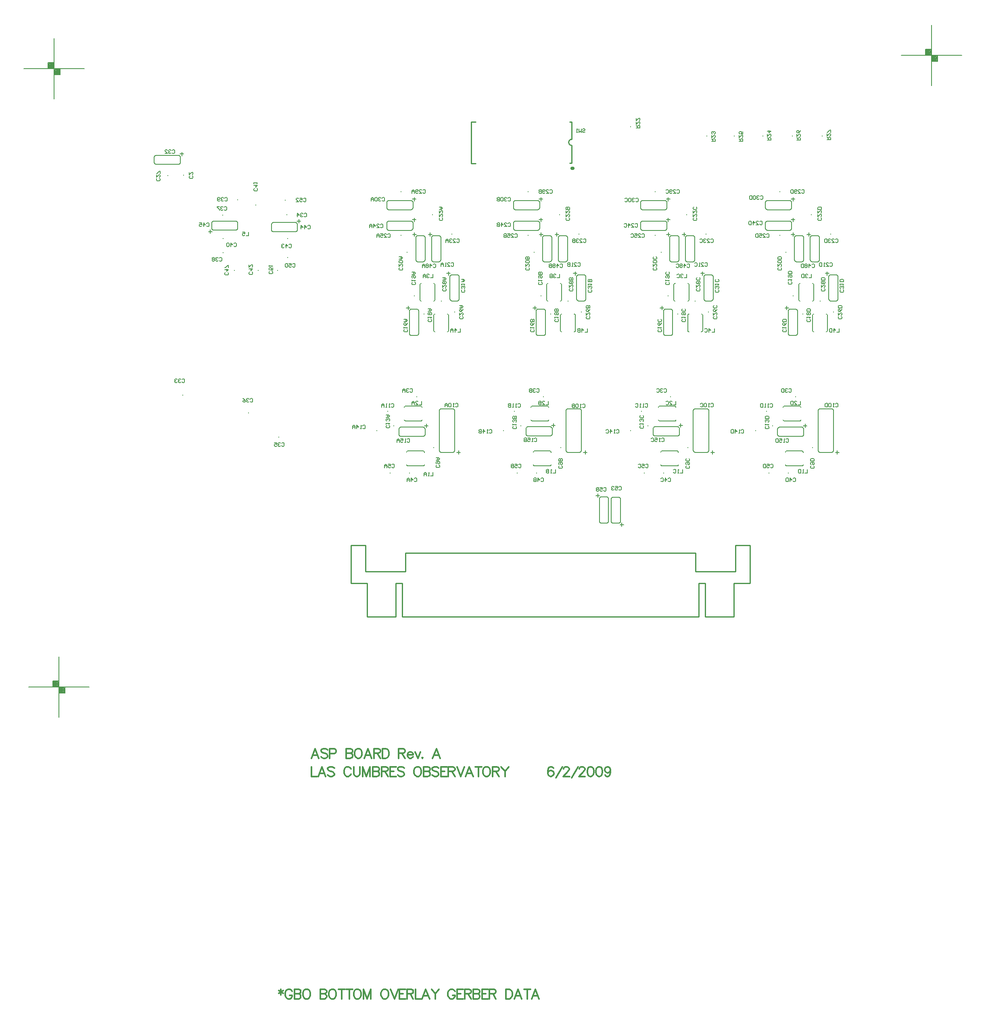
<source format=gbo>
%FSLAX23Y23*%
%MOIN*%
G70*
G01*
G75*
G04 Layer_Color=32896*
%ADD10C,0.005*%
%ADD11R,0.050X0.050*%
%ADD12O,0.098X0.028*%
%ADD13R,0.036X0.036*%
%ADD14R,0.030X0.100*%
%ADD15R,0.014X0.060*%
%ADD16R,0.031X0.060*%
%ADD17R,0.048X0.078*%
%ADD18R,0.050X0.050*%
%ADD19O,0.033X0.008*%
%ADD20O,0.008X0.033*%
%ADD21R,0.228X0.228*%
%ADD22R,0.016X0.061*%
%ADD23R,0.074X0.062*%
%ADD24R,0.134X0.075*%
%ADD25O,0.028X0.098*%
%ADD26R,0.024X0.087*%
%ADD27R,0.061X0.016*%
%ADD28R,0.062X0.074*%
%ADD29O,0.012X0.083*%
%ADD30O,0.083X0.012*%
%ADD31R,0.014X0.049*%
%ADD32R,0.036X0.028*%
%ADD33O,0.061X0.010*%
%ADD34O,0.010X0.061*%
%ADD35R,0.045X0.017*%
%ADD36R,0.100X0.100*%
%ADD37C,0.040*%
%ADD38C,0.025*%
%ADD39C,0.010*%
%ADD40C,0.012*%
%ADD41R,1.181X0.787*%
%ADD42C,0.008*%
%ADD43C,0.012*%
%ADD44C,0.012*%
%ADD45C,0.050*%
%ADD46C,0.026*%
%ADD47P,0.057X4X247.5*%
%ADD48C,0.080*%
%ADD49C,0.020*%
%ADD50R,0.060X0.060*%
%ADD51C,0.060*%
%ADD52R,0.060X0.060*%
%ADD53C,0.059*%
%ADD54R,0.059X0.059*%
%ADD55R,0.059X0.059*%
%ADD56C,0.236*%
%ADD57C,0.024*%
%ADD58C,0.040*%
%ADD59C,0.100*%
%ADD60C,0.045*%
%ADD61C,0.033*%
%ADD62C,0.072*%
%ADD63C,0.030*%
%ADD64C,0.055*%
G04:AMPARAMS|DCode=65|XSize=95.433mil|YSize=95.433mil|CornerRadius=0mil|HoleSize=0mil|Usage=FLASHONLY|Rotation=0.000|XOffset=0mil|YOffset=0mil|HoleType=Round|Shape=Relief|Width=10mil|Gap=10mil|Entries=4|*
%AMTHD65*
7,0,0,0.095,0.075,0.010,45*
%
%ADD65THD65*%
G04:AMPARAMS|DCode=66|XSize=112mil|YSize=112mil|CornerRadius=0mil|HoleSize=0mil|Usage=FLASHONLY|Rotation=0.000|XOffset=0mil|YOffset=0mil|HoleType=Round|Shape=Relief|Width=10mil|Gap=10mil|Entries=4|*
%AMTHD66*
7,0,0,0.112,0.092,0.010,45*
%
%ADD66THD66*%
%ADD67C,0.138*%
G04:AMPARAMS|DCode=68|XSize=70mil|YSize=70mil|CornerRadius=0mil|HoleSize=0mil|Usage=FLASHONLY|Rotation=0.000|XOffset=0mil|YOffset=0mil|HoleType=Round|Shape=Relief|Width=10mil|Gap=10mil|Entries=4|*
%AMTHD68*
7,0,0,0.070,0.050,0.010,45*
%
%ADD68THD68*%
%ADD69C,0.030*%
G04:AMPARAMS|DCode=70|XSize=85mil|YSize=85mil|CornerRadius=0mil|HoleSize=0mil|Usage=FLASHONLY|Rotation=0.000|XOffset=0mil|YOffset=0mil|HoleType=Round|Shape=Relief|Width=10mil|Gap=10mil|Entries=4|*
%AMTHD70*
7,0,0,0.085,0.065,0.010,45*
%
%ADD70THD70*%
%ADD71R,0.078X0.048*%
%ADD72R,0.060X0.086*%
%ADD73R,0.086X0.060*%
%ADD74R,0.075X0.063*%
%ADD75R,0.044X0.096*%
%ADD76R,1.181X0.787*%
%ADD77C,0.010*%
%ADD78C,0.010*%
%ADD79C,0.008*%
%ADD80C,0.024*%
%ADD81C,0.004*%
%ADD82C,0.006*%
%ADD83C,0.007*%
%ADD84R,0.240X0.165*%
D10*
X11701Y12986D02*
Y12956D01*
X11681D01*
X11651Y12986D02*
X11671D01*
Y12971D01*
X11661Y12976D01*
X11656D01*
X11651Y12971D01*
Y12961D01*
X11656Y12956D01*
X11666D01*
X11671Y12961D01*
X14762Y10879D02*
X14767Y10884D01*
X14777D01*
X14782Y10879D01*
Y10859D01*
X14777Y10854D01*
X14767D01*
X14762Y10859D01*
X14732Y10884D02*
X14752D01*
Y10869D01*
X14742Y10874D01*
X14737D01*
X14732Y10869D01*
Y10859D01*
X14737Y10854D01*
X14747D01*
X14752Y10859D01*
X14722Y10879D02*
X14717Y10884D01*
X14707D01*
X14702Y10879D01*
Y10874D01*
X14707Y10869D01*
X14712D01*
X14707D01*
X14702Y10864D01*
Y10859D01*
X14707Y10854D01*
X14717D01*
X14722Y10859D01*
X12156Y13261D02*
X12161Y13266D01*
X12171D01*
X12176Y13261D01*
Y13241D01*
X12171Y13236D01*
X12161D01*
X12156Y13241D01*
X12126Y13266D02*
X12146D01*
Y13251D01*
X12136Y13256D01*
X12131D01*
X12126Y13251D01*
Y13241D01*
X12131Y13236D01*
X12141D01*
X12146Y13241D01*
X12096Y13236D02*
X12116D01*
X12096Y13256D01*
Y13261D01*
X12101Y13266D01*
X12111D01*
X12116Y13261D01*
X11896Y12661D02*
X11901Y12656D01*
Y12646D01*
X11896Y12641D01*
X11876D01*
X11871Y12646D01*
Y12656D01*
X11876Y12661D01*
X11901Y12691D02*
Y12671D01*
X11886D01*
X11891Y12681D01*
Y12686D01*
X11886Y12691D01*
X11876D01*
X11871Y12686D01*
Y12676D01*
X11876Y12671D01*
X11871Y12701D02*
Y12711D01*
Y12706D01*
X11901D01*
X11896Y12701D01*
X12066Y12721D02*
X12071Y12726D01*
X12081D01*
X12086Y12721D01*
Y12701D01*
X12081Y12696D01*
X12071D01*
X12066Y12701D01*
X12036Y12726D02*
X12056D01*
Y12711D01*
X12046Y12716D01*
X12041D01*
X12036Y12711D01*
Y12701D01*
X12041Y12696D01*
X12051D01*
X12056Y12701D01*
X12026Y12721D02*
X12021Y12726D01*
X12011D01*
X12006Y12721D01*
Y12701D01*
X12011Y12696D01*
X12021D01*
X12026Y12701D01*
Y12721D01*
X11531Y12651D02*
X11536Y12646D01*
Y12636D01*
X11531Y12631D01*
X11511D01*
X11506Y12636D01*
Y12646D01*
X11511Y12651D01*
X11506Y12676D02*
X11536D01*
X11521Y12661D01*
Y12681D01*
X11536Y12691D02*
Y12711D01*
X11531D01*
X11511Y12691D01*
X11506D01*
X11356Y13056D02*
X11361Y13061D01*
X11371D01*
X11376Y13056D01*
Y13036D01*
X11371Y13031D01*
X11361D01*
X11356Y13036D01*
X11331Y13031D02*
Y13061D01*
X11346Y13046D01*
X11326D01*
X11296Y13061D02*
X11316D01*
Y13046D01*
X11306Y13051D01*
X11301D01*
X11296Y13046D01*
Y13036D01*
X11301Y13031D01*
X11311D01*
X11316Y13036D01*
X12191Y13036D02*
X12196Y13041D01*
X12206D01*
X12211Y13036D01*
Y13016D01*
X12206Y13011D01*
X12196D01*
X12191Y13016D01*
X12166Y13011D02*
Y13041D01*
X12181Y13026D01*
X12161D01*
X12136Y13011D02*
Y13041D01*
X12151Y13026D01*
X12131D01*
X12036Y12881D02*
X12041Y12886D01*
X12051D01*
X12056Y12881D01*
Y12861D01*
X12051Y12856D01*
X12041D01*
X12036Y12861D01*
X12011Y12856D02*
Y12886D01*
X12026Y12871D01*
X12006D01*
X11996Y12881D02*
X11991Y12886D01*
X11981D01*
X11976Y12881D01*
Y12876D01*
X11981Y12871D01*
X11986D01*
X11981D01*
X11976Y12866D01*
Y12861D01*
X11981Y12856D01*
X11991D01*
X11996Y12861D01*
X11731Y12656D02*
X11736Y12651D01*
Y12641D01*
X11731Y12636D01*
X11711D01*
X11706Y12641D01*
Y12651D01*
X11711Y12656D01*
X11706Y12681D02*
X11736D01*
X11721Y12666D01*
Y12686D01*
X11706Y12716D02*
Y12696D01*
X11726Y12716D01*
X11731D01*
X11736Y12711D01*
Y12701D01*
X11731Y12696D01*
X11771Y13346D02*
X11776Y13341D01*
Y13331D01*
X11771Y13326D01*
X11751D01*
X11746Y13331D01*
Y13341D01*
X11751Y13346D01*
X11746Y13371D02*
X11776D01*
X11761Y13356D01*
Y13376D01*
X11746Y13386D02*
Y13396D01*
Y13391D01*
X11776D01*
X11771Y13386D01*
X11581Y12891D02*
X11586Y12896D01*
X11596D01*
X11601Y12891D01*
Y12871D01*
X11596Y12866D01*
X11586D01*
X11581Y12871D01*
X11556Y12866D02*
Y12896D01*
X11571Y12881D01*
X11551D01*
X11541Y12891D02*
X11536Y12896D01*
X11526D01*
X11521Y12891D01*
Y12871D01*
X11526Y12866D01*
X11536D01*
X11541Y12871D01*
Y12891D01*
X11506Y13266D02*
X11511Y13271D01*
X11521D01*
X11526Y13266D01*
Y13246D01*
X11521Y13241D01*
X11511D01*
X11506Y13246D01*
X11496Y13266D02*
X11491Y13271D01*
X11481D01*
X11476Y13266D01*
Y13261D01*
X11481Y13256D01*
X11486D01*
X11481D01*
X11476Y13251D01*
Y13246D01*
X11481Y13241D01*
X11491D01*
X11496Y13246D01*
X11466D02*
X11461Y13241D01*
X11451D01*
X11446Y13246D01*
Y13266D01*
X11451Y13271D01*
X11461D01*
X11466Y13266D01*
Y13261D01*
X11461Y13256D01*
X11446D01*
X11461Y12771D02*
X11466Y12776D01*
X11476D01*
X11481Y12771D01*
Y12751D01*
X11476Y12746D01*
X11466D01*
X11461Y12751D01*
X11451Y12771D02*
X11446Y12776D01*
X11436D01*
X11431Y12771D01*
Y12766D01*
X11436Y12761D01*
X11441D01*
X11436D01*
X11431Y12756D01*
Y12751D01*
X11436Y12746D01*
X11446D01*
X11451Y12751D01*
X11421Y12771D02*
X11416Y12776D01*
X11406D01*
X11401Y12771D01*
Y12766D01*
X11406Y12761D01*
X11401Y12756D01*
Y12751D01*
X11406Y12746D01*
X11416D01*
X11421Y12751D01*
Y12756D01*
X11416Y12761D01*
X11421Y12766D01*
Y12771D01*
X11416Y12761D02*
X11406D01*
X11501Y13191D02*
X11506Y13196D01*
X11516D01*
X11521Y13191D01*
Y13171D01*
X11516Y13166D01*
X11506D01*
X11501Y13171D01*
X11491Y13191D02*
X11486Y13196D01*
X11476D01*
X11471Y13191D01*
Y13186D01*
X11476Y13181D01*
X11481D01*
X11476D01*
X11471Y13176D01*
Y13171D01*
X11476Y13166D01*
X11486D01*
X11491Y13171D01*
X11461Y13196D02*
X11441D01*
Y13191D01*
X11461Y13171D01*
Y13166D01*
X12161Y13136D02*
X12166Y13141D01*
X12176D01*
X12181Y13136D01*
Y13116D01*
X12176Y13111D01*
X12166D01*
X12161Y13116D01*
X12151Y13136D02*
X12146Y13141D01*
X12136D01*
X12131Y13136D01*
Y13131D01*
X12136Y13126D01*
X12141D01*
X12136D01*
X12131Y13121D01*
Y13116D01*
X12136Y13111D01*
X12146D01*
X12151Y13116D01*
X12106Y13111D02*
Y13141D01*
X12121Y13126D01*
X12101D01*
X11154Y11767D02*
X11159Y11772D01*
X11169D01*
X11174Y11767D01*
Y11747D01*
X11169Y11742D01*
X11159D01*
X11154Y11747D01*
X11144Y11767D02*
X11139Y11772D01*
X11129D01*
X11124Y11767D01*
Y11762D01*
X11129Y11757D01*
X11134D01*
X11129D01*
X11124Y11752D01*
Y11747D01*
X11129Y11742D01*
X11139D01*
X11144Y11747D01*
X11114Y11767D02*
X11109Y11772D01*
X11099D01*
X11094Y11767D01*
Y11762D01*
X11099Y11757D01*
X11104D01*
X11099D01*
X11094Y11752D01*
Y11747D01*
X11099Y11742D01*
X11109D01*
X11114Y11747D01*
X11071Y13659D02*
X11076Y13664D01*
X11086D01*
X11091Y13659D01*
Y13639D01*
X11086Y13634D01*
X11076D01*
X11071Y13639D01*
X11061Y13659D02*
X11056Y13664D01*
X11046D01*
X11041Y13659D01*
Y13654D01*
X11046Y13649D01*
X11051D01*
X11046D01*
X11041Y13644D01*
Y13639D01*
X11046Y13634D01*
X11056D01*
X11061Y13639D01*
X11011Y13634D02*
X11031D01*
X11011Y13654D01*
Y13659D01*
X11016Y13664D01*
X11026D01*
X11031Y13659D01*
X10967Y13429D02*
X10972Y13424D01*
Y13414D01*
X10967Y13409D01*
X10947D01*
X10942Y13414D01*
Y13424D01*
X10947Y13429D01*
X10942Y13459D02*
Y13439D01*
X10962Y13459D01*
X10967D01*
X10972Y13454D01*
Y13444D01*
X10967Y13439D01*
X10972Y13469D02*
Y13489D01*
X10967D01*
X10947Y13469D01*
X10942D01*
X16583Y12189D02*
Y12159D01*
X16563D01*
X16538D02*
Y12189D01*
X16553Y12174D01*
X16533D01*
X16523Y12189D02*
Y12159D01*
X16508D01*
X16503Y12164D01*
Y12184D01*
X16508Y12189D01*
X16523D01*
X13454D02*
Y12159D01*
X13434D01*
X13409D02*
Y12189D01*
X13424Y12174D01*
X13404D01*
X13394Y12159D02*
Y12179D01*
X13384Y12189D01*
X13374Y12179D01*
Y12159D01*
Y12174D01*
X13394D01*
X16354Y12637D02*
Y12607D01*
X16334D01*
X16324Y12632D02*
X16319Y12637D01*
X16309D01*
X16304Y12632D01*
Y12627D01*
X16309Y12622D01*
X16314D01*
X16309D01*
X16304Y12617D01*
Y12612D01*
X16309Y12607D01*
X16319D01*
X16324Y12612D01*
X16294Y12637D02*
Y12607D01*
X16279D01*
X16274Y12612D01*
Y12632D01*
X16279Y12637D01*
X16294D01*
X13225D02*
Y12607D01*
X13205D01*
X13195Y12632D02*
X13190Y12637D01*
X13180D01*
X13175Y12632D01*
Y12627D01*
X13180Y12622D01*
X13185D01*
X13180D01*
X13175Y12617D01*
Y12612D01*
X13180Y12607D01*
X13190D01*
X13195Y12612D01*
X13165Y12607D02*
Y12627D01*
X13155Y12637D01*
X13145Y12627D01*
Y12607D01*
Y12622D01*
X13165D01*
X16262Y11589D02*
Y11559D01*
X16242D01*
X16212D02*
X16232D01*
X16212Y11579D01*
Y11584D01*
X16217Y11589D01*
X16227D01*
X16232Y11584D01*
X16202Y11589D02*
Y11559D01*
X16187D01*
X16182Y11564D01*
Y11584D01*
X16187Y11589D01*
X16202D01*
X16320Y11026D02*
Y10996D01*
X16300D01*
X16290D02*
X16280D01*
X16285D01*
Y11026D01*
X16290Y11021D01*
X16265Y11026D02*
Y10996D01*
X16250D01*
X16245Y11001D01*
Y11021D01*
X16250Y11026D01*
X16265D01*
X16358Y12717D02*
X16363Y12722D01*
X16373D01*
X16378Y12717D01*
Y12697D01*
X16373Y12692D01*
X16363D01*
X16358Y12697D01*
X16333Y12692D02*
Y12722D01*
X16348Y12707D01*
X16328D01*
X16318Y12717D02*
X16313Y12722D01*
X16303D01*
X16298Y12717D01*
Y12712D01*
X16303Y12707D01*
X16298Y12702D01*
Y12697D01*
X16303Y12692D01*
X16313D01*
X16318Y12697D01*
Y12702D01*
X16313Y12707D01*
X16318Y12712D01*
Y12717D01*
X16313Y12707D02*
X16303D01*
X16288Y12722D02*
Y12692D01*
X16273D01*
X16268Y12697D01*
Y12717D01*
X16273Y12722D01*
X16288D01*
X13229Y12717D02*
X13234Y12722D01*
X13244D01*
X13249Y12717D01*
Y12697D01*
X13244Y12692D01*
X13234D01*
X13229Y12697D01*
X13204Y12692D02*
Y12722D01*
X13219Y12707D01*
X13199D01*
X13189Y12717D02*
X13184Y12722D01*
X13174D01*
X13169Y12717D01*
Y12712D01*
X13174Y12707D01*
X13169Y12702D01*
Y12697D01*
X13174Y12692D01*
X13184D01*
X13189Y12697D01*
Y12702D01*
X13184Y12707D01*
X13189Y12712D01*
Y12717D01*
X13184Y12707D02*
X13174D01*
X13159Y12692D02*
Y12712D01*
X13149Y12722D01*
X13139Y12712D01*
Y12692D01*
Y12707D01*
X13159D01*
X16615Y12509D02*
X16620Y12504D01*
Y12494D01*
X16615Y12489D01*
X16595D01*
X16590Y12494D01*
Y12504D01*
X16595Y12509D01*
X16615Y12519D02*
X16620Y12524D01*
Y12534D01*
X16615Y12539D01*
X16610D01*
X16605Y12534D01*
Y12529D01*
Y12534D01*
X16600Y12539D01*
X16595D01*
X16590Y12534D01*
Y12524D01*
X16595Y12519D01*
X16590Y12549D02*
Y12559D01*
Y12554D01*
X16620D01*
X16615Y12549D01*
X16620Y12574D02*
X16590D01*
Y12589D01*
X16595Y12594D01*
X16615D01*
X16620Y12589D01*
Y12574D01*
X13485Y12509D02*
X13490Y12504D01*
Y12494D01*
X13485Y12489D01*
X13466D01*
X13461Y12494D01*
Y12504D01*
X13466Y12509D01*
X13485Y12519D02*
X13490Y12524D01*
Y12534D01*
X13485Y12539D01*
X13480D01*
X13475Y12534D01*
Y12529D01*
Y12534D01*
X13471Y12539D01*
X13466D01*
X13461Y12534D01*
Y12524D01*
X13466Y12519D01*
X13461Y12549D02*
Y12559D01*
Y12554D01*
X13490D01*
X13485Y12549D01*
X13461Y12574D02*
X13480D01*
X13490Y12584D01*
X13480Y12594D01*
X13461D01*
X13475D01*
Y12574D01*
X15931Y13281D02*
X15936Y13286D01*
X15946D01*
X15951Y13281D01*
Y13261D01*
X15946Y13256D01*
X15936D01*
X15931Y13261D01*
X15921Y13281D02*
X15916Y13286D01*
X15906D01*
X15901Y13281D01*
Y13276D01*
X15906Y13271D01*
X15911D01*
X15906D01*
X15901Y13266D01*
Y13261D01*
X15906Y13256D01*
X15916D01*
X15921Y13261D01*
X15891Y13281D02*
X15886Y13286D01*
X15876D01*
X15871Y13281D01*
Y13261D01*
X15876Y13256D01*
X15886D01*
X15891Y13261D01*
Y13281D01*
X15861Y13286D02*
Y13256D01*
X15846D01*
X15841Y13261D01*
Y13281D01*
X15846Y13286D01*
X15861D01*
X12806Y13266D02*
X12811Y13271D01*
X12821D01*
X12826Y13266D01*
Y13246D01*
X12821Y13241D01*
X12811D01*
X12806Y13246D01*
X12796Y13266D02*
X12791Y13271D01*
X12781D01*
X12776Y13266D01*
Y13261D01*
X12781Y13256D01*
X12786D01*
X12781D01*
X12776Y13251D01*
Y13246D01*
X12781Y13241D01*
X12791D01*
X12796Y13246D01*
X12766Y13266D02*
X12761Y13271D01*
X12751D01*
X12746Y13266D01*
Y13246D01*
X12751Y13241D01*
X12761D01*
X12766Y13246D01*
Y13266D01*
X12736Y13241D02*
Y13261D01*
X12726Y13271D01*
X12716Y13261D01*
Y13241D01*
Y13256D01*
X12736D01*
X16273Y13330D02*
X16278Y13335D01*
X16288D01*
X16293Y13330D01*
Y13310D01*
X16288Y13305D01*
X16278D01*
X16273Y13310D01*
X16243Y13305D02*
X16263D01*
X16243Y13325D01*
Y13330D01*
X16248Y13335D01*
X16258D01*
X16263Y13330D01*
X16233Y13310D02*
X16228Y13305D01*
X16218D01*
X16213Y13310D01*
Y13330D01*
X16218Y13335D01*
X16228D01*
X16233Y13330D01*
Y13325D01*
X16228Y13320D01*
X16213D01*
X16203Y13335D02*
Y13305D01*
X16188D01*
X16183Y13310D01*
Y13330D01*
X16188Y13335D01*
X16203D01*
X13144Y13330D02*
X13149Y13335D01*
X13159D01*
X13164Y13330D01*
Y13310D01*
X13159Y13305D01*
X13149D01*
X13144Y13310D01*
X13114Y13305D02*
X13134D01*
X13114Y13325D01*
Y13330D01*
X13119Y13335D01*
X13129D01*
X13134Y13330D01*
X13104Y13310D02*
X13099Y13305D01*
X13089D01*
X13084Y13310D01*
Y13330D01*
X13089Y13335D01*
X13099D01*
X13104Y13330D01*
Y13325D01*
X13099Y13320D01*
X13084D01*
X13074Y13305D02*
Y13325D01*
X13064Y13335D01*
X13054Y13325D01*
Y13305D01*
Y13320D01*
X13074D01*
X16460Y12518D02*
X16465Y12513D01*
Y12503D01*
X16460Y12498D01*
X16440D01*
X16435Y12503D01*
Y12513D01*
X16440Y12518D01*
X16435Y12548D02*
Y12528D01*
X16455Y12548D01*
X16460D01*
X16465Y12543D01*
Y12533D01*
X16460Y12528D01*
Y12558D02*
X16465Y12563D01*
Y12573D01*
X16460Y12578D01*
X16455D01*
X16450Y12573D01*
X16445Y12578D01*
X16440D01*
X16435Y12573D01*
Y12563D01*
X16440Y12558D01*
X16445D01*
X16450Y12563D01*
X16455Y12558D01*
X16460D01*
X16450Y12563D02*
Y12573D01*
X16465Y12588D02*
X16435D01*
Y12603D01*
X16440Y12608D01*
X16460D01*
X16465Y12603D01*
Y12588D01*
X13330Y12518D02*
X13335Y12513D01*
Y12503D01*
X13330Y12498D01*
X13311D01*
X13306Y12503D01*
Y12513D01*
X13311Y12518D01*
X13306Y12548D02*
Y12528D01*
X13325Y12548D01*
X13330D01*
X13335Y12543D01*
Y12533D01*
X13330Y12528D01*
Y12558D02*
X13335Y12563D01*
Y12573D01*
X13330Y12578D01*
X13325D01*
X13320Y12573D01*
X13316Y12578D01*
X13311D01*
X13306Y12573D01*
Y12563D01*
X13311Y12558D01*
X13316D01*
X13320Y12563D01*
X13325Y12558D01*
X13330D01*
X13320Y12563D02*
Y12573D01*
X13306Y12588D02*
X13325D01*
X13335Y12598D01*
X13325Y12608D01*
X13306D01*
X13320D01*
Y12588D01*
X16600Y12288D02*
X16605Y12283D01*
Y12273D01*
X16600Y12268D01*
X16580D01*
X16575Y12273D01*
Y12283D01*
X16580Y12288D01*
X16575Y12318D02*
Y12298D01*
X16595Y12318D01*
X16600D01*
X16605Y12313D01*
Y12303D01*
X16600Y12298D01*
X16605Y12348D02*
X16600Y12338D01*
X16590Y12328D01*
X16580D01*
X16575Y12333D01*
Y12343D01*
X16580Y12348D01*
X16585D01*
X16590Y12343D01*
Y12328D01*
X16605Y12358D02*
X16575D01*
Y12373D01*
X16580Y12378D01*
X16600D01*
X16605Y12373D01*
Y12358D01*
X13470Y12288D02*
X13475Y12283D01*
Y12273D01*
X13470Y12268D01*
X13451D01*
X13446Y12273D01*
Y12283D01*
X13451Y12288D01*
X13446Y12318D02*
Y12298D01*
X13465Y12318D01*
X13470D01*
X13475Y12313D01*
Y12303D01*
X13470Y12298D01*
X13475Y12348D02*
X13470Y12338D01*
X13460Y12328D01*
X13451D01*
X13446Y12333D01*
Y12343D01*
X13451Y12348D01*
X13456D01*
X13460Y12343D01*
Y12328D01*
X13446Y12358D02*
X13465D01*
X13475Y12368D01*
X13465Y12378D01*
X13446D01*
X13460D01*
Y12358D01*
X15983Y12966D02*
X15988Y12971D01*
X15998D01*
X16003Y12966D01*
Y12946D01*
X15998Y12941D01*
X15988D01*
X15983Y12946D01*
X15953Y12941D02*
X15973D01*
X15953Y12961D01*
Y12966D01*
X15958Y12971D01*
X15968D01*
X15973Y12966D01*
X15923Y12971D02*
X15943D01*
Y12956D01*
X15933Y12961D01*
X15928D01*
X15923Y12956D01*
Y12946D01*
X15928Y12941D01*
X15938D01*
X15943Y12946D01*
X15913Y12971D02*
Y12941D01*
X15898D01*
X15893Y12946D01*
Y12966D01*
X15898Y12971D01*
X15913D01*
X12854Y12966D02*
X12859Y12971D01*
X12869D01*
X12874Y12966D01*
Y12946D01*
X12869Y12941D01*
X12859D01*
X12854Y12946D01*
X12824Y12941D02*
X12844D01*
X12824Y12961D01*
Y12966D01*
X12829Y12971D01*
X12839D01*
X12844Y12966D01*
X12794Y12971D02*
X12814D01*
Y12956D01*
X12804Y12961D01*
X12799D01*
X12794Y12956D01*
Y12946D01*
X12799Y12941D01*
X12809D01*
X12814Y12946D01*
X12784Y12941D02*
Y12961D01*
X12774Y12971D01*
X12764Y12961D01*
Y12941D01*
Y12956D01*
X12784D01*
X15926Y13071D02*
X15931Y13076D01*
X15941D01*
X15946Y13071D01*
Y13051D01*
X15941Y13046D01*
X15931D01*
X15926Y13051D01*
X15896Y13046D02*
X15916D01*
X15896Y13066D01*
Y13071D01*
X15901Y13076D01*
X15911D01*
X15916Y13071D01*
X15871Y13046D02*
Y13076D01*
X15886Y13061D01*
X15866D01*
X15856Y13076D02*
Y13046D01*
X15841D01*
X15836Y13051D01*
Y13071D01*
X15841Y13076D01*
X15856D01*
X12791Y13046D02*
X12796Y13051D01*
X12806D01*
X12811Y13046D01*
Y13026D01*
X12806Y13021D01*
X12796D01*
X12791Y13026D01*
X12761Y13021D02*
X12781D01*
X12761Y13041D01*
Y13046D01*
X12766Y13051D01*
X12776D01*
X12781Y13046D01*
X12736Y13021D02*
Y13051D01*
X12751Y13036D01*
X12731D01*
X12721Y13021D02*
Y13041D01*
X12711Y13051D01*
X12701Y13041D01*
Y13021D01*
Y13036D01*
X12721D01*
X16552Y12924D02*
X16557Y12929D01*
X16567D01*
X16572Y12924D01*
Y12904D01*
X16567Y12899D01*
X16557D01*
X16552Y12904D01*
X16522Y12899D02*
X16542D01*
X16522Y12919D01*
Y12924D01*
X16527Y12929D01*
X16537D01*
X16542Y12924D01*
X16512D02*
X16507Y12929D01*
X16497D01*
X16492Y12924D01*
Y12919D01*
X16497Y12914D01*
X16502D01*
X16497D01*
X16492Y12909D01*
Y12904D01*
X16497Y12899D01*
X16507D01*
X16512Y12904D01*
X16482Y12929D02*
Y12899D01*
X16467D01*
X16462Y12904D01*
Y12924D01*
X16467Y12929D01*
X16482D01*
X13423Y12924D02*
X13428Y12929D01*
X13438D01*
X13443Y12924D01*
Y12904D01*
X13438Y12899D01*
X13428D01*
X13423Y12904D01*
X13393Y12899D02*
X13413D01*
X13393Y12919D01*
Y12924D01*
X13398Y12929D01*
X13408D01*
X13413Y12924D01*
X13383D02*
X13378Y12929D01*
X13368D01*
X13363Y12924D01*
Y12919D01*
X13368Y12914D01*
X13373D01*
X13368D01*
X13363Y12909D01*
Y12904D01*
X13368Y12899D01*
X13378D01*
X13383Y12904D01*
X13353Y12899D02*
Y12919D01*
X13343Y12929D01*
X13333Y12919D01*
Y12899D01*
Y12914D01*
X13353D01*
X16432Y13102D02*
X16437Y13097D01*
Y13087D01*
X16432Y13082D01*
X16412D01*
X16407Y13087D01*
Y13097D01*
X16412Y13102D01*
X16407Y13132D02*
Y13112D01*
X16427Y13132D01*
X16432D01*
X16437Y13127D01*
Y13117D01*
X16432Y13112D01*
X16407Y13162D02*
Y13142D01*
X16427Y13162D01*
X16432D01*
X16437Y13157D01*
Y13147D01*
X16432Y13142D01*
X16437Y13172D02*
X16407D01*
Y13187D01*
X16412Y13192D01*
X16432D01*
X16437Y13187D01*
Y13172D01*
X13302Y13102D02*
X13307Y13097D01*
Y13087D01*
X13302Y13082D01*
X13283D01*
X13278Y13087D01*
Y13097D01*
X13283Y13102D01*
X13278Y13132D02*
Y13112D01*
X13297Y13132D01*
X13302D01*
X13307Y13127D01*
Y13117D01*
X13302Y13112D01*
X13278Y13162D02*
Y13142D01*
X13297Y13162D01*
X13302D01*
X13307Y13157D01*
Y13147D01*
X13302Y13142D01*
X13278Y13172D02*
X13297D01*
X13307Y13182D01*
X13297Y13192D01*
X13278D01*
X13292D01*
Y13172D01*
X16505Y12727D02*
X16510Y12732D01*
X16520D01*
X16525Y12727D01*
Y12707D01*
X16520Y12702D01*
X16510D01*
X16505Y12707D01*
X16475Y12702D02*
X16495D01*
X16475Y12722D01*
Y12727D01*
X16480Y12732D01*
X16490D01*
X16495Y12727D01*
X16465Y12702D02*
X16455D01*
X16460D01*
Y12732D01*
X16465Y12727D01*
X16440Y12732D02*
Y12702D01*
X16425D01*
X16420Y12707D01*
Y12727D01*
X16425Y12732D01*
X16440D01*
X13376Y12727D02*
X13381Y12732D01*
X13391D01*
X13396Y12727D01*
Y12707D01*
X13391Y12702D01*
X13381D01*
X13376Y12707D01*
X13346Y12702D02*
X13366D01*
X13346Y12722D01*
Y12727D01*
X13351Y12732D01*
X13361D01*
X13366Y12727D01*
X13336Y12702D02*
X13326D01*
X13331D01*
Y12732D01*
X13336Y12727D01*
X13311Y12702D02*
Y12722D01*
X13301Y12732D01*
X13291Y12722D01*
Y12702D01*
Y12717D01*
X13311D01*
X16101Y12690D02*
X16106Y12685D01*
Y12675D01*
X16101Y12670D01*
X16081D01*
X16076Y12675D01*
Y12685D01*
X16081Y12690D01*
X16076Y12720D02*
Y12700D01*
X16096Y12720D01*
X16101D01*
X16106Y12715D01*
Y12705D01*
X16101Y12700D01*
Y12730D02*
X16106Y12735D01*
Y12745D01*
X16101Y12750D01*
X16081D01*
X16076Y12745D01*
Y12735D01*
X16081Y12730D01*
X16101D01*
X16106Y12760D02*
X16076D01*
Y12775D01*
X16081Y12780D01*
X16101D01*
X16106Y12775D01*
Y12760D01*
X12971Y12690D02*
X12976Y12685D01*
Y12675D01*
X12971Y12670D01*
X12952D01*
X12947Y12675D01*
Y12685D01*
X12952Y12690D01*
X12947Y12720D02*
Y12700D01*
X12966Y12720D01*
X12971D01*
X12976Y12715D01*
Y12705D01*
X12971Y12700D01*
Y12730D02*
X12976Y12735D01*
Y12745D01*
X12971Y12750D01*
X12952D01*
X12947Y12745D01*
Y12735D01*
X12952Y12730D01*
X12971D01*
X12947Y12760D02*
X12966D01*
X12976Y12770D01*
X12966Y12780D01*
X12947D01*
X12961D01*
Y12760D01*
X16186Y12576D02*
X16191Y12571D01*
Y12561D01*
X16186Y12556D01*
X16166D01*
X16161Y12561D01*
Y12571D01*
X16166Y12576D01*
X16161Y12586D02*
Y12596D01*
Y12591D01*
X16191D01*
X16186Y12586D01*
X16166Y12611D02*
X16161Y12616D01*
Y12626D01*
X16166Y12631D01*
X16186D01*
X16191Y12626D01*
Y12616D01*
X16186Y12611D01*
X16181D01*
X16176Y12616D01*
Y12631D01*
X16191Y12641D02*
X16161D01*
Y12656D01*
X16166Y12661D01*
X16186D01*
X16191Y12656D01*
Y12641D01*
X13076Y12571D02*
X13081Y12566D01*
Y12556D01*
X13076Y12551D01*
X13057D01*
X13052Y12556D01*
Y12566D01*
X13057Y12571D01*
X13052Y12581D02*
Y12591D01*
Y12586D01*
X13081D01*
X13076Y12581D01*
X13057Y12606D02*
X13052Y12611D01*
Y12621D01*
X13057Y12626D01*
X13076D01*
X13081Y12621D01*
Y12611D01*
X13076Y12606D01*
X13071D01*
X13066Y12611D01*
Y12626D01*
X13052Y12636D02*
X13071D01*
X13081Y12646D01*
X13071Y12656D01*
X13052D01*
X13066D01*
Y12636D01*
X16340Y12265D02*
X16345Y12260D01*
Y12250D01*
X16340Y12245D01*
X16320D01*
X16315Y12250D01*
Y12260D01*
X16320Y12265D01*
X16315Y12275D02*
Y12285D01*
Y12280D01*
X16345D01*
X16340Y12275D01*
Y12300D02*
X16345Y12305D01*
Y12315D01*
X16340Y12320D01*
X16335D01*
X16330Y12315D01*
X16325Y12320D01*
X16320D01*
X16315Y12315D01*
Y12305D01*
X16320Y12300D01*
X16325D01*
X16330Y12305D01*
X16335Y12300D01*
X16340D01*
X16330Y12305D02*
Y12315D01*
X16345Y12330D02*
X16315D01*
Y12345D01*
X16320Y12350D01*
X16340D01*
X16345Y12345D01*
Y12330D01*
X13210Y12265D02*
X13215Y12260D01*
Y12250D01*
X13210Y12245D01*
X13191D01*
X13186Y12250D01*
Y12260D01*
X13191Y12265D01*
X13186Y12275D02*
Y12285D01*
Y12280D01*
X13215D01*
X13210Y12275D01*
Y12300D02*
X13215Y12305D01*
Y12315D01*
X13210Y12320D01*
X13205D01*
X13200Y12315D01*
X13196Y12320D01*
X13191D01*
X13186Y12315D01*
Y12305D01*
X13191Y12300D01*
X13196D01*
X13200Y12305D01*
X13205Y12300D01*
X13210D01*
X13200Y12305D02*
Y12315D01*
X13186Y12330D02*
X13205D01*
X13215Y12340D01*
X13205Y12350D01*
X13186D01*
X13200D01*
Y12330D01*
X16141Y12181D02*
X16146Y12176D01*
Y12166D01*
X16141Y12161D01*
X16121D01*
X16116Y12166D01*
Y12176D01*
X16121Y12181D01*
X16116Y12191D02*
Y12201D01*
Y12196D01*
X16146D01*
X16141Y12191D01*
X16146Y12236D02*
X16141Y12226D01*
X16131Y12216D01*
X16121D01*
X16116Y12221D01*
Y12231D01*
X16121Y12236D01*
X16126D01*
X16131Y12231D01*
Y12216D01*
X16146Y12246D02*
X16116D01*
Y12261D01*
X16121Y12266D01*
X16141D01*
X16146Y12261D01*
Y12246D01*
X13011Y12181D02*
X13016Y12176D01*
Y12166D01*
X13011Y12161D01*
X12992D01*
X12987Y12166D01*
Y12176D01*
X12992Y12181D01*
X12987Y12191D02*
Y12201D01*
Y12196D01*
X13016D01*
X13011Y12191D01*
X13016Y12236D02*
X13011Y12226D01*
X13001Y12216D01*
X12992D01*
X12987Y12221D01*
Y12231D01*
X12992Y12236D01*
X12997D01*
X13001Y12231D01*
Y12216D01*
X12987Y12246D02*
X13006D01*
X13016Y12256D01*
X13006Y12266D01*
X12987D01*
X13001D01*
Y12246D01*
X16143Y11274D02*
X16148Y11279D01*
X16158D01*
X16163Y11274D01*
Y11254D01*
X16158Y11249D01*
X16148D01*
X16143Y11254D01*
X16133Y11249D02*
X16123D01*
X16128D01*
Y11279D01*
X16133Y11274D01*
X16088Y11279D02*
X16108D01*
Y11264D01*
X16098Y11269D01*
X16093D01*
X16088Y11264D01*
Y11254D01*
X16093Y11249D01*
X16103D01*
X16108Y11254D01*
X16078Y11279D02*
Y11249D01*
X16063D01*
X16058Y11254D01*
Y11274D01*
X16063Y11279D01*
X16078D01*
X15773Y11349D02*
X15778Y11354D01*
X15788D01*
X15793Y11349D01*
Y11329D01*
X15788Y11324D01*
X15778D01*
X15773Y11329D01*
X15763Y11324D02*
X15753D01*
X15758D01*
Y11354D01*
X15763Y11349D01*
X15723Y11324D02*
Y11354D01*
X15738Y11339D01*
X15718D01*
X15708Y11354D02*
Y11324D01*
X15693D01*
X15688Y11329D01*
Y11349D01*
X15693Y11354D01*
X15708D01*
X15996Y11381D02*
X16001Y11376D01*
Y11366D01*
X15996Y11361D01*
X15976D01*
X15971Y11366D01*
Y11376D01*
X15976Y11381D01*
X15971Y11391D02*
Y11401D01*
Y11396D01*
X16001D01*
X15996Y11391D01*
Y11416D02*
X16001Y11421D01*
Y11431D01*
X15996Y11436D01*
X15991D01*
X15986Y11431D01*
Y11426D01*
Y11431D01*
X15981Y11436D01*
X15976D01*
X15971Y11431D01*
Y11421D01*
X15976Y11416D01*
X16001Y11446D02*
X15971D01*
Y11461D01*
X15976Y11466D01*
X15996D01*
X16001Y11461D01*
Y11446D01*
X16011Y11563D02*
X16016Y11568D01*
X16026D01*
X16031Y11563D01*
Y11543D01*
X16026Y11538D01*
X16016D01*
X16011Y11543D01*
X16001Y11538D02*
X15991D01*
X15996D01*
Y11568D01*
X16001Y11563D01*
X15976Y11538D02*
X15966D01*
X15971D01*
Y11568D01*
X15976Y11563D01*
X15951Y11568D02*
Y11538D01*
X15936D01*
X15931Y11543D01*
Y11563D01*
X15936Y11568D01*
X15951D01*
X16551Y11566D02*
X16556Y11571D01*
X16566D01*
X16571Y11566D01*
Y11546D01*
X16566Y11541D01*
X16556D01*
X16551Y11546D01*
X16541Y11541D02*
X16531D01*
X16536D01*
Y11571D01*
X16541Y11566D01*
X16516D02*
X16511Y11571D01*
X16501D01*
X16496Y11566D01*
Y11546D01*
X16501Y11541D01*
X16511D01*
X16516Y11546D01*
Y11566D01*
X16486Y11571D02*
Y11541D01*
X16471D01*
X16466Y11546D01*
Y11566D01*
X16471Y11571D01*
X16486D01*
X16372Y11053D02*
X16377Y11048D01*
Y11038D01*
X16372Y11033D01*
X16352D01*
X16347Y11038D01*
Y11048D01*
X16352Y11053D01*
Y11063D02*
X16347Y11068D01*
Y11078D01*
X16352Y11083D01*
X16372D01*
X16377Y11078D01*
Y11068D01*
X16372Y11063D01*
X16367D01*
X16362Y11068D01*
Y11083D01*
X16377Y11093D02*
X16347D01*
Y11108D01*
X16352Y11113D01*
X16372D01*
X16377Y11108D01*
Y11093D01*
X16015Y11064D02*
X16020Y11069D01*
X16030D01*
X16035Y11064D01*
Y11044D01*
X16030Y11039D01*
X16020D01*
X16015Y11044D01*
X15985Y11069D02*
X16005D01*
Y11054D01*
X15995Y11059D01*
X15990D01*
X15985Y11054D01*
Y11044D01*
X15990Y11039D01*
X16000D01*
X16005Y11044D01*
X15975Y11069D02*
Y11039D01*
X15960D01*
X15955Y11044D01*
Y11064D01*
X15960Y11069D01*
X15975D01*
X16201Y10948D02*
X16206Y10953D01*
X16216D01*
X16221Y10948D01*
Y10928D01*
X16216Y10923D01*
X16206D01*
X16201Y10928D01*
X16176Y10923D02*
Y10953D01*
X16191Y10938D01*
X16171D01*
X16161Y10953D02*
Y10923D01*
X16146D01*
X16141Y10928D01*
Y10948D01*
X16146Y10953D01*
X16161D01*
X16166Y11687D02*
X16171Y11692D01*
X16181D01*
X16186Y11687D01*
Y11667D01*
X16181Y11662D01*
X16171D01*
X16166Y11667D01*
X16156Y11687D02*
X16151Y11692D01*
X16141D01*
X16136Y11687D01*
Y11682D01*
X16141Y11677D01*
X16146D01*
X16141D01*
X16136Y11672D01*
Y11667D01*
X16141Y11662D01*
X16151D01*
X16156Y11667D01*
X16126Y11692D02*
Y11662D01*
X16111D01*
X16106Y11667D01*
Y11687D01*
X16111Y11692D01*
X16126D01*
X13037Y11687D02*
X13042Y11692D01*
X13052D01*
X13057Y11687D01*
Y11667D01*
X13052Y11662D01*
X13042D01*
X13037Y11667D01*
X13027Y11687D02*
X13022Y11692D01*
X13012D01*
X13007Y11687D01*
Y11682D01*
X13012Y11677D01*
X13017D01*
X13012D01*
X13007Y11672D01*
Y11667D01*
X13012Y11662D01*
X13022D01*
X13027Y11667D01*
X12997Y11662D02*
Y11682D01*
X12987Y11692D01*
X12977Y11682D01*
Y11662D01*
Y11677D01*
X12997D01*
X13133Y11589D02*
Y11559D01*
X13113D01*
X13083D02*
X13103D01*
X13083Y11579D01*
Y11584D01*
X13088Y11589D01*
X13098D01*
X13103Y11584D01*
X13073Y11559D02*
Y11579D01*
X13063Y11589D01*
X13053Y11579D01*
Y11559D01*
Y11574D01*
X13073D01*
X13226Y11001D02*
Y10971D01*
X13206D01*
X13196D02*
X13186D01*
X13191D01*
Y11001D01*
X13196Y10996D01*
X13171Y10971D02*
Y10991D01*
X13161Y11001D01*
X13151Y10991D01*
Y10971D01*
Y10986D01*
X13171D01*
X13014Y11274D02*
X13019Y11279D01*
X13029D01*
X13034Y11274D01*
Y11254D01*
X13029Y11249D01*
X13019D01*
X13014Y11254D01*
X13004Y11249D02*
X12994D01*
X12999D01*
Y11279D01*
X13004Y11274D01*
X12959Y11279D02*
X12979D01*
Y11264D01*
X12969Y11269D01*
X12964D01*
X12959Y11264D01*
Y11254D01*
X12964Y11249D01*
X12974D01*
X12979Y11254D01*
X12949Y11249D02*
Y11269D01*
X12939Y11279D01*
X12929Y11269D01*
Y11249D01*
Y11264D01*
X12949D01*
X12864Y11389D02*
X12869Y11384D01*
Y11374D01*
X12864Y11369D01*
X12845D01*
X12840Y11374D01*
Y11384D01*
X12845Y11389D01*
X12840Y11399D02*
Y11409D01*
Y11404D01*
X12869D01*
X12864Y11399D01*
Y11424D02*
X12869Y11429D01*
Y11439D01*
X12864Y11444D01*
X12859D01*
X12854Y11439D01*
Y11434D01*
Y11439D01*
X12850Y11444D01*
X12845D01*
X12840Y11439D01*
Y11429D01*
X12845Y11424D01*
X12840Y11454D02*
X12859D01*
X12869Y11464D01*
X12859Y11474D01*
X12840D01*
X12854D01*
Y11454D01*
X13411Y11566D02*
X13416Y11571D01*
X13426D01*
X13431Y11566D01*
Y11546D01*
X13426Y11541D01*
X13416D01*
X13411Y11546D01*
X13401Y11541D02*
X13391D01*
X13396D01*
Y11571D01*
X13401Y11566D01*
X13376D02*
X13371Y11571D01*
X13361D01*
X13356Y11566D01*
Y11546D01*
X13361Y11541D01*
X13371D01*
X13376Y11546D01*
Y11566D01*
X13346Y11541D02*
Y11561D01*
X13336Y11571D01*
X13326Y11561D01*
Y11541D01*
Y11556D01*
X13346D01*
X13276Y11061D02*
X13281Y11056D01*
Y11046D01*
X13276Y11041D01*
X13256D01*
X13251Y11046D01*
Y11056D01*
X13256Y11061D01*
Y11071D02*
X13251Y11076D01*
Y11086D01*
X13256Y11091D01*
X13276D01*
X13281Y11086D01*
Y11076D01*
X13276Y11071D01*
X13271D01*
X13266Y11076D01*
Y11091D01*
X13251Y11101D02*
X13271D01*
X13281Y11111D01*
X13271Y11121D01*
X13251D01*
X13266D01*
Y11101D01*
X12886Y11064D02*
X12891Y11069D01*
X12901D01*
X12906Y11064D01*
Y11044D01*
X12901Y11039D01*
X12891D01*
X12886Y11044D01*
X12856Y11069D02*
X12876D01*
Y11054D01*
X12866Y11059D01*
X12861D01*
X12856Y11054D01*
Y11044D01*
X12861Y11039D01*
X12871D01*
X12876Y11044D01*
X12846Y11039D02*
Y11059D01*
X12836Y11069D01*
X12826Y11059D01*
Y11039D01*
Y11054D01*
X12846D01*
X13072Y10948D02*
X13077Y10953D01*
X13087D01*
X13092Y10948D01*
Y10928D01*
X13087Y10923D01*
X13077D01*
X13072Y10928D01*
X13047Y10923D02*
Y10953D01*
X13062Y10938D01*
X13042D01*
X13032Y10923D02*
Y10943D01*
X13022Y10953D01*
X13012Y10943D01*
Y10923D01*
Y10938D01*
X13032D01*
X12646Y11386D02*
X12651Y11391D01*
X12661D01*
X12666Y11386D01*
Y11366D01*
X12661Y11361D01*
X12651D01*
X12646Y11366D01*
X12636Y11361D02*
X12626D01*
X12631D01*
Y11391D01*
X12636Y11386D01*
X12596Y11361D02*
Y11391D01*
X12611Y11376D01*
X12591D01*
X12581Y11361D02*
Y11381D01*
X12571Y11391D01*
X12561Y11381D01*
Y11361D01*
Y11376D01*
X12581D01*
X12882Y11563D02*
X12887Y11568D01*
X12897D01*
X12902Y11563D01*
Y11543D01*
X12897Y11538D01*
X12887D01*
X12882Y11543D01*
X12872Y11538D02*
X12862D01*
X12867D01*
Y11568D01*
X12872Y11563D01*
X12847Y11538D02*
X12837D01*
X12842D01*
Y11568D01*
X12847Y11563D01*
X12822Y11538D02*
Y11558D01*
X12812Y11568D01*
X12802Y11558D01*
Y11538D01*
Y11553D01*
X12822D01*
X15552Y12189D02*
Y12159D01*
X15532D01*
X15507D02*
Y12189D01*
X15522Y12174D01*
X15502D01*
X15472Y12184D02*
X15477Y12189D01*
X15487D01*
X15492Y12184D01*
Y12164D01*
X15487Y12159D01*
X15477D01*
X15472Y12164D01*
X14501Y12189D02*
Y12159D01*
X14481D01*
X14456D02*
Y12189D01*
X14471Y12174D01*
X14451D01*
X14441Y12189D02*
Y12159D01*
X14426D01*
X14421Y12164D01*
Y12169D01*
X14426Y12174D01*
X14441D01*
X14426D01*
X14421Y12179D01*
Y12184D01*
X14426Y12189D01*
X14441D01*
X15323Y12637D02*
Y12607D01*
X15303D01*
X15293Y12632D02*
X15288Y12637D01*
X15278D01*
X15273Y12632D01*
Y12627D01*
X15278Y12622D01*
X15283D01*
X15278D01*
X15273Y12617D01*
Y12612D01*
X15278Y12607D01*
X15288D01*
X15293Y12612D01*
X15243Y12632D02*
X15248Y12637D01*
X15258D01*
X15263Y12632D01*
Y12612D01*
X15258Y12607D01*
X15248D01*
X15243Y12612D01*
X14272Y12637D02*
Y12607D01*
X14252D01*
X14242Y12632D02*
X14237Y12637D01*
X14227D01*
X14222Y12632D01*
Y12627D01*
X14227Y12622D01*
X14232D01*
X14227D01*
X14222Y12617D01*
Y12612D01*
X14227Y12607D01*
X14237D01*
X14242Y12612D01*
X14212Y12637D02*
Y12607D01*
X14197D01*
X14192Y12612D01*
Y12617D01*
X14197Y12622D01*
X14212D01*
X14197D01*
X14192Y12627D01*
Y12632D01*
X14197Y12637D01*
X14212D01*
X15231Y11589D02*
Y11559D01*
X15211D01*
X15181D02*
X15201D01*
X15181Y11579D01*
Y11584D01*
X15186Y11589D01*
X15196D01*
X15201Y11584D01*
X15151D02*
X15156Y11589D01*
X15166D01*
X15171Y11584D01*
Y11564D01*
X15166Y11559D01*
X15156D01*
X15151Y11564D01*
X14180Y11589D02*
Y11559D01*
X14160D01*
X14130D02*
X14150D01*
X14130Y11579D01*
Y11584D01*
X14135Y11589D01*
X14145D01*
X14150Y11584D01*
X14120Y11589D02*
Y11559D01*
X14105D01*
X14100Y11564D01*
Y11569D01*
X14105Y11574D01*
X14120D01*
X14105D01*
X14100Y11579D01*
Y11584D01*
X14105Y11589D01*
X14120D01*
X15289Y11026D02*
Y10996D01*
X15269D01*
X15259D02*
X15249D01*
X15254D01*
Y11026D01*
X15259Y11021D01*
X15214D02*
X15219Y11026D01*
X15229D01*
X15234Y11021D01*
Y11001D01*
X15229Y10996D01*
X15219D01*
X15214Y11001D01*
X14238Y11026D02*
Y10996D01*
X14218D01*
X14208D02*
X14198D01*
X14203D01*
Y11026D01*
X14208Y11021D01*
X14183Y11026D02*
Y10996D01*
X14168D01*
X14163Y11001D01*
Y11006D01*
X14168Y11011D01*
X14183D01*
X14168D01*
X14163Y11016D01*
Y11021D01*
X14168Y11026D01*
X14183D01*
X15327Y12717D02*
X15332Y12722D01*
X15342D01*
X15347Y12717D01*
Y12697D01*
X15342Y12692D01*
X15332D01*
X15327Y12697D01*
X15302Y12692D02*
Y12722D01*
X15317Y12707D01*
X15297D01*
X15287Y12717D02*
X15282Y12722D01*
X15272D01*
X15267Y12717D01*
Y12712D01*
X15272Y12707D01*
X15267Y12702D01*
Y12697D01*
X15272Y12692D01*
X15282D01*
X15287Y12697D01*
Y12702D01*
X15282Y12707D01*
X15287Y12712D01*
Y12717D01*
X15282Y12707D02*
X15272D01*
X15237Y12717D02*
X15242Y12722D01*
X15252D01*
X15257Y12717D01*
Y12697D01*
X15252Y12692D01*
X15242D01*
X15237Y12697D01*
X14276Y12717D02*
X14281Y12722D01*
X14291D01*
X14296Y12717D01*
Y12697D01*
X14291Y12692D01*
X14281D01*
X14276Y12697D01*
X14251Y12692D02*
Y12722D01*
X14266Y12707D01*
X14246D01*
X14236Y12717D02*
X14231Y12722D01*
X14221D01*
X14216Y12717D01*
Y12712D01*
X14221Y12707D01*
X14216Y12702D01*
Y12697D01*
X14221Y12692D01*
X14231D01*
X14236Y12697D01*
Y12702D01*
X14231Y12707D01*
X14236Y12712D01*
Y12717D01*
X14231Y12707D02*
X14221D01*
X14206Y12722D02*
Y12692D01*
X14191D01*
X14186Y12697D01*
Y12702D01*
X14191Y12707D01*
X14206D01*
X14191D01*
X14186Y12712D01*
Y12717D01*
X14191Y12722D01*
X14206D01*
X15584Y12509D02*
X15589Y12504D01*
Y12494D01*
X15584Y12489D01*
X15564D01*
X15559Y12494D01*
Y12504D01*
X15564Y12509D01*
X15584Y12519D02*
X15589Y12524D01*
Y12534D01*
X15584Y12539D01*
X15579D01*
X15574Y12534D01*
Y12529D01*
Y12534D01*
X15569Y12539D01*
X15564D01*
X15559Y12534D01*
Y12524D01*
X15564Y12519D01*
X15559Y12549D02*
Y12559D01*
Y12554D01*
X15589D01*
X15584Y12549D01*
Y12594D02*
X15589Y12589D01*
Y12579D01*
X15584Y12574D01*
X15564D01*
X15559Y12579D01*
Y12589D01*
X15564Y12594D01*
X14533Y12509D02*
X14538Y12504D01*
Y12494D01*
X14533Y12489D01*
X14513D01*
X14508Y12494D01*
Y12504D01*
X14513Y12509D01*
X14533Y12519D02*
X14538Y12524D01*
Y12534D01*
X14533Y12539D01*
X14528D01*
X14523Y12534D01*
Y12529D01*
Y12534D01*
X14518Y12539D01*
X14513D01*
X14508Y12534D01*
Y12524D01*
X14513Y12519D01*
X14508Y12549D02*
Y12559D01*
Y12554D01*
X14538D01*
X14533Y12549D01*
X14538Y12574D02*
X14508D01*
Y12589D01*
X14513Y12594D01*
X14518D01*
X14523Y12589D01*
Y12574D01*
Y12589D01*
X14528Y12594D01*
X14533D01*
X14538Y12589D01*
Y12574D01*
X14901Y13261D02*
X14906Y13266D01*
X14916D01*
X14921Y13261D01*
Y13241D01*
X14916Y13236D01*
X14906D01*
X14901Y13241D01*
X14891Y13261D02*
X14886Y13266D01*
X14876D01*
X14871Y13261D01*
Y13256D01*
X14876Y13251D01*
X14881D01*
X14876D01*
X14871Y13246D01*
Y13241D01*
X14876Y13236D01*
X14886D01*
X14891Y13241D01*
X14861Y13261D02*
X14856Y13266D01*
X14846D01*
X14841Y13261D01*
Y13241D01*
X14846Y13236D01*
X14856D01*
X14861Y13241D01*
Y13261D01*
X14811D02*
X14816Y13266D01*
X14826D01*
X14831Y13261D01*
Y13241D01*
X14826Y13236D01*
X14816D01*
X14811Y13241D01*
X13846Y13266D02*
X13851Y13271D01*
X13861D01*
X13866Y13266D01*
Y13246D01*
X13861Y13241D01*
X13851D01*
X13846Y13246D01*
X13836Y13266D02*
X13831Y13271D01*
X13821D01*
X13816Y13266D01*
Y13261D01*
X13821Y13256D01*
X13826D01*
X13821D01*
X13816Y13251D01*
Y13246D01*
X13821Y13241D01*
X13831D01*
X13836Y13246D01*
X13806Y13266D02*
X13801Y13271D01*
X13791D01*
X13786Y13266D01*
Y13246D01*
X13791Y13241D01*
X13801D01*
X13806Y13246D01*
Y13266D01*
X13776Y13271D02*
Y13241D01*
X13761D01*
X13756Y13246D01*
Y13251D01*
X13761Y13256D01*
X13776D01*
X13761D01*
X13756Y13261D01*
Y13266D01*
X13761Y13271D01*
X13776D01*
X15242Y13330D02*
X15247Y13335D01*
X15257D01*
X15262Y13330D01*
Y13310D01*
X15257Y13305D01*
X15247D01*
X15242Y13310D01*
X15212Y13305D02*
X15232D01*
X15212Y13325D01*
Y13330D01*
X15217Y13335D01*
X15227D01*
X15232Y13330D01*
X15202Y13310D02*
X15197Y13305D01*
X15187D01*
X15182Y13310D01*
Y13330D01*
X15187Y13335D01*
X15197D01*
X15202Y13330D01*
Y13325D01*
X15197Y13320D01*
X15182D01*
X15152Y13330D02*
X15157Y13335D01*
X15167D01*
X15172Y13330D01*
Y13310D01*
X15167Y13305D01*
X15157D01*
X15152Y13310D01*
X14191Y13330D02*
X14196Y13335D01*
X14206D01*
X14211Y13330D01*
Y13310D01*
X14206Y13305D01*
X14196D01*
X14191Y13310D01*
X14161Y13305D02*
X14181D01*
X14161Y13325D01*
Y13330D01*
X14166Y13335D01*
X14176D01*
X14181Y13330D01*
X14151Y13310D02*
X14146Y13305D01*
X14136D01*
X14131Y13310D01*
Y13330D01*
X14136Y13335D01*
X14146D01*
X14151Y13330D01*
Y13325D01*
X14146Y13320D01*
X14131D01*
X14121Y13335D02*
Y13305D01*
X14106D01*
X14101Y13310D01*
Y13315D01*
X14106Y13320D01*
X14121D01*
X14106D01*
X14101Y13325D01*
Y13330D01*
X14106Y13335D01*
X14121D01*
X15429Y12518D02*
X15434Y12513D01*
Y12503D01*
X15429Y12498D01*
X15409D01*
X15404Y12503D01*
Y12513D01*
X15409Y12518D01*
X15404Y12548D02*
Y12528D01*
X15424Y12548D01*
X15429D01*
X15434Y12543D01*
Y12533D01*
X15429Y12528D01*
Y12558D02*
X15434Y12563D01*
Y12573D01*
X15429Y12578D01*
X15424D01*
X15419Y12573D01*
X15414Y12578D01*
X15409D01*
X15404Y12573D01*
Y12563D01*
X15409Y12558D01*
X15414D01*
X15419Y12563D01*
X15424Y12558D01*
X15429D01*
X15419Y12563D02*
Y12573D01*
X15429Y12608D02*
X15434Y12603D01*
Y12593D01*
X15429Y12588D01*
X15409D01*
X15404Y12593D01*
Y12603D01*
X15409Y12608D01*
X14378Y12518D02*
X14383Y12513D01*
Y12503D01*
X14378Y12498D01*
X14358D01*
X14353Y12503D01*
Y12513D01*
X14358Y12518D01*
X14353Y12548D02*
Y12528D01*
X14373Y12548D01*
X14378D01*
X14383Y12543D01*
Y12533D01*
X14378Y12528D01*
Y12558D02*
X14383Y12563D01*
Y12573D01*
X14378Y12578D01*
X14373D01*
X14368Y12573D01*
X14363Y12578D01*
X14358D01*
X14353Y12573D01*
Y12563D01*
X14358Y12558D01*
X14363D01*
X14368Y12563D01*
X14373Y12558D01*
X14378D01*
X14368Y12563D02*
Y12573D01*
X14383Y12588D02*
X14353D01*
Y12603D01*
X14358Y12608D01*
X14363D01*
X14368Y12603D01*
Y12588D01*
Y12603D01*
X14373Y12608D01*
X14378D01*
X14383Y12603D01*
Y12588D01*
X15569Y12288D02*
X15574Y12283D01*
Y12273D01*
X15569Y12268D01*
X15549D01*
X15544Y12273D01*
Y12283D01*
X15549Y12288D01*
X15544Y12318D02*
Y12298D01*
X15564Y12318D01*
X15569D01*
X15574Y12313D01*
Y12303D01*
X15569Y12298D01*
X15574Y12348D02*
X15569Y12338D01*
X15559Y12328D01*
X15549D01*
X15544Y12333D01*
Y12343D01*
X15549Y12348D01*
X15554D01*
X15559Y12343D01*
Y12328D01*
X15569Y12378D02*
X15574Y12373D01*
Y12363D01*
X15569Y12358D01*
X15549D01*
X15544Y12363D01*
Y12373D01*
X15549Y12378D01*
X14518Y12288D02*
X14523Y12283D01*
Y12273D01*
X14518Y12268D01*
X14498D01*
X14493Y12273D01*
Y12283D01*
X14498Y12288D01*
X14493Y12318D02*
Y12298D01*
X14513Y12318D01*
X14518D01*
X14523Y12313D01*
Y12303D01*
X14518Y12298D01*
X14523Y12348D02*
X14518Y12338D01*
X14508Y12328D01*
X14498D01*
X14493Y12333D01*
Y12343D01*
X14498Y12348D01*
X14503D01*
X14508Y12343D01*
Y12328D01*
X14523Y12358D02*
X14493D01*
Y12373D01*
X14498Y12378D01*
X14503D01*
X14508Y12373D01*
Y12358D01*
Y12373D01*
X14513Y12378D01*
X14518D01*
X14523Y12373D01*
Y12358D01*
X14952Y12966D02*
X14957Y12971D01*
X14967D01*
X14972Y12966D01*
Y12946D01*
X14967Y12941D01*
X14957D01*
X14952Y12946D01*
X14922Y12941D02*
X14942D01*
X14922Y12961D01*
Y12966D01*
X14927Y12971D01*
X14937D01*
X14942Y12966D01*
X14892Y12971D02*
X14912D01*
Y12956D01*
X14902Y12961D01*
X14897D01*
X14892Y12956D01*
Y12946D01*
X14897Y12941D01*
X14907D01*
X14912Y12946D01*
X14862Y12966D02*
X14867Y12971D01*
X14877D01*
X14882Y12966D01*
Y12946D01*
X14877Y12941D01*
X14867D01*
X14862Y12946D01*
X13901Y12966D02*
X13906Y12971D01*
X13916D01*
X13921Y12966D01*
Y12946D01*
X13916Y12941D01*
X13906D01*
X13901Y12946D01*
X13871Y12941D02*
X13891D01*
X13871Y12961D01*
Y12966D01*
X13876Y12971D01*
X13886D01*
X13891Y12966D01*
X13841Y12971D02*
X13861D01*
Y12956D01*
X13851Y12961D01*
X13846D01*
X13841Y12956D01*
Y12946D01*
X13846Y12941D01*
X13856D01*
X13861Y12946D01*
X13831Y12971D02*
Y12941D01*
X13816D01*
X13811Y12946D01*
Y12951D01*
X13816Y12956D01*
X13831D01*
X13816D01*
X13811Y12961D01*
Y12966D01*
X13816Y12971D01*
X13831D01*
X14896Y13051D02*
X14901Y13056D01*
X14911D01*
X14916Y13051D01*
Y13031D01*
X14911Y13026D01*
X14901D01*
X14896Y13031D01*
X14866Y13026D02*
X14886D01*
X14866Y13046D01*
Y13051D01*
X14871Y13056D01*
X14881D01*
X14886Y13051D01*
X14841Y13026D02*
Y13056D01*
X14856Y13041D01*
X14836D01*
X14806Y13051D02*
X14811Y13056D01*
X14821D01*
X14826Y13051D01*
Y13031D01*
X14821Y13026D01*
X14811D01*
X14806Y13031D01*
X13846Y13056D02*
X13851Y13061D01*
X13861D01*
X13866Y13056D01*
Y13036D01*
X13861Y13031D01*
X13851D01*
X13846Y13036D01*
X13816Y13031D02*
X13836D01*
X13816Y13051D01*
Y13056D01*
X13821Y13061D01*
X13831D01*
X13836Y13056D01*
X13791Y13031D02*
Y13061D01*
X13806Y13046D01*
X13786D01*
X13776Y13061D02*
Y13031D01*
X13761D01*
X13756Y13036D01*
Y13041D01*
X13761Y13046D01*
X13776D01*
X13761D01*
X13756Y13051D01*
Y13056D01*
X13761Y13061D01*
X13776D01*
X15521Y12924D02*
X15526Y12929D01*
X15536D01*
X15541Y12924D01*
Y12904D01*
X15536Y12899D01*
X15526D01*
X15521Y12904D01*
X15491Y12899D02*
X15511D01*
X15491Y12919D01*
Y12924D01*
X15496Y12929D01*
X15506D01*
X15511Y12924D01*
X15481D02*
X15476Y12929D01*
X15466D01*
X15461Y12924D01*
Y12919D01*
X15466Y12914D01*
X15471D01*
X15466D01*
X15461Y12909D01*
Y12904D01*
X15466Y12899D01*
X15476D01*
X15481Y12904D01*
X15431Y12924D02*
X15436Y12929D01*
X15446D01*
X15451Y12924D01*
Y12904D01*
X15446Y12899D01*
X15436D01*
X15431Y12904D01*
X14470Y12924D02*
X14475Y12929D01*
X14485D01*
X14490Y12924D01*
Y12904D01*
X14485Y12899D01*
X14475D01*
X14470Y12904D01*
X14440Y12899D02*
X14460D01*
X14440Y12919D01*
Y12924D01*
X14445Y12929D01*
X14455D01*
X14460Y12924D01*
X14430D02*
X14425Y12929D01*
X14415D01*
X14410Y12924D01*
Y12919D01*
X14415Y12914D01*
X14420D01*
X14415D01*
X14410Y12909D01*
Y12904D01*
X14415Y12899D01*
X14425D01*
X14430Y12904D01*
X14400Y12929D02*
Y12899D01*
X14385D01*
X14380Y12904D01*
Y12909D01*
X14385Y12914D01*
X14400D01*
X14385D01*
X14380Y12919D01*
Y12924D01*
X14385Y12929D01*
X14400D01*
X15401Y13102D02*
X15406Y13097D01*
Y13087D01*
X15401Y13082D01*
X15381D01*
X15376Y13087D01*
Y13097D01*
X15381Y13102D01*
X15376Y13132D02*
Y13112D01*
X15396Y13132D01*
X15401D01*
X15406Y13127D01*
Y13117D01*
X15401Y13112D01*
X15376Y13162D02*
Y13142D01*
X15396Y13162D01*
X15401D01*
X15406Y13157D01*
Y13147D01*
X15401Y13142D01*
Y13192D02*
X15406Y13187D01*
Y13177D01*
X15401Y13172D01*
X15381D01*
X15376Y13177D01*
Y13187D01*
X15381Y13192D01*
X14350Y13102D02*
X14355Y13097D01*
Y13087D01*
X14350Y13082D01*
X14330D01*
X14325Y13087D01*
Y13097D01*
X14330Y13102D01*
X14325Y13132D02*
Y13112D01*
X14345Y13132D01*
X14350D01*
X14355Y13127D01*
Y13117D01*
X14350Y13112D01*
X14325Y13162D02*
Y13142D01*
X14345Y13162D01*
X14350D01*
X14355Y13157D01*
Y13147D01*
X14350Y13142D01*
X14355Y13172D02*
X14325D01*
Y13187D01*
X14330Y13192D01*
X14335D01*
X14340Y13187D01*
Y13172D01*
Y13187D01*
X14345Y13192D01*
X14350D01*
X14355Y13187D01*
Y13172D01*
X15474Y12727D02*
X15479Y12732D01*
X15489D01*
X15494Y12727D01*
Y12707D01*
X15489Y12702D01*
X15479D01*
X15474Y12707D01*
X15444Y12702D02*
X15464D01*
X15444Y12722D01*
Y12727D01*
X15449Y12732D01*
X15459D01*
X15464Y12727D01*
X15434Y12702D02*
X15424D01*
X15429D01*
Y12732D01*
X15434Y12727D01*
X15389D02*
X15394Y12732D01*
X15404D01*
X15409Y12727D01*
Y12707D01*
X15404Y12702D01*
X15394D01*
X15389Y12707D01*
X14423Y12727D02*
X14428Y12732D01*
X14438D01*
X14443Y12727D01*
Y12707D01*
X14438Y12702D01*
X14428D01*
X14423Y12707D01*
X14393Y12702D02*
X14413D01*
X14393Y12722D01*
Y12727D01*
X14398Y12732D01*
X14408D01*
X14413Y12727D01*
X14383Y12702D02*
X14373D01*
X14378D01*
Y12732D01*
X14383Y12727D01*
X14358Y12732D02*
Y12702D01*
X14343D01*
X14338Y12707D01*
Y12712D01*
X14343Y12717D01*
X14358D01*
X14343D01*
X14338Y12722D01*
Y12727D01*
X14343Y12732D01*
X14358D01*
X15070Y12690D02*
X15075Y12685D01*
Y12675D01*
X15070Y12670D01*
X15050D01*
X15045Y12675D01*
Y12685D01*
X15050Y12690D01*
X15045Y12720D02*
Y12700D01*
X15065Y12720D01*
X15070D01*
X15075Y12715D01*
Y12705D01*
X15070Y12700D01*
Y12730D02*
X15075Y12735D01*
Y12745D01*
X15070Y12750D01*
X15050D01*
X15045Y12745D01*
Y12735D01*
X15050Y12730D01*
X15070D01*
Y12780D02*
X15075Y12775D01*
Y12765D01*
X15070Y12760D01*
X15050D01*
X15045Y12765D01*
Y12775D01*
X15050Y12780D01*
X14019Y12690D02*
X14024Y12685D01*
Y12675D01*
X14019Y12670D01*
X13999D01*
X13994Y12675D01*
Y12685D01*
X13999Y12690D01*
X13994Y12720D02*
Y12700D01*
X14014Y12720D01*
X14019D01*
X14024Y12715D01*
Y12705D01*
X14019Y12700D01*
Y12730D02*
X14024Y12735D01*
Y12745D01*
X14019Y12750D01*
X13999D01*
X13994Y12745D01*
Y12735D01*
X13999Y12730D01*
X14019D01*
X14024Y12760D02*
X13994D01*
Y12775D01*
X13999Y12780D01*
X14004D01*
X14009Y12775D01*
Y12760D01*
Y12775D01*
X14014Y12780D01*
X14019D01*
X14024Y12775D01*
Y12760D01*
X15175Y12571D02*
X15180Y12566D01*
Y12556D01*
X15175Y12551D01*
X15155D01*
X15150Y12556D01*
Y12566D01*
X15155Y12571D01*
X15150Y12581D02*
Y12591D01*
Y12586D01*
X15180D01*
X15175Y12581D01*
X15155Y12606D02*
X15150Y12611D01*
Y12621D01*
X15155Y12626D01*
X15175D01*
X15180Y12621D01*
Y12611D01*
X15175Y12606D01*
X15170D01*
X15165Y12611D01*
Y12626D01*
X15175Y12656D02*
X15180Y12651D01*
Y12641D01*
X15175Y12636D01*
X15155D01*
X15150Y12641D01*
Y12651D01*
X15155Y12656D01*
X14124Y12571D02*
X14129Y12566D01*
Y12556D01*
X14124Y12551D01*
X14104D01*
X14099Y12556D01*
Y12566D01*
X14104Y12571D01*
X14099Y12581D02*
Y12591D01*
Y12586D01*
X14129D01*
X14124Y12581D01*
X14104Y12606D02*
X14099Y12611D01*
Y12621D01*
X14104Y12626D01*
X14124D01*
X14129Y12621D01*
Y12611D01*
X14124Y12606D01*
X14119D01*
X14114Y12611D01*
Y12626D01*
X14129Y12636D02*
X14099D01*
Y12651D01*
X14104Y12656D01*
X14109D01*
X14114Y12651D01*
Y12636D01*
Y12651D01*
X14119Y12656D01*
X14124D01*
X14129Y12651D01*
Y12636D01*
X15309Y12265D02*
X15314Y12260D01*
Y12250D01*
X15309Y12245D01*
X15289D01*
X15284Y12250D01*
Y12260D01*
X15289Y12265D01*
X15284Y12275D02*
Y12285D01*
Y12280D01*
X15314D01*
X15309Y12275D01*
Y12300D02*
X15314Y12305D01*
Y12315D01*
X15309Y12320D01*
X15304D01*
X15299Y12315D01*
X15294Y12320D01*
X15289D01*
X15284Y12315D01*
Y12305D01*
X15289Y12300D01*
X15294D01*
X15299Y12305D01*
X15304Y12300D01*
X15309D01*
X15299Y12305D02*
Y12315D01*
X15309Y12350D02*
X15314Y12345D01*
Y12335D01*
X15309Y12330D01*
X15289D01*
X15284Y12335D01*
Y12345D01*
X15289Y12350D01*
X14258Y12265D02*
X14263Y12260D01*
Y12250D01*
X14258Y12245D01*
X14238D01*
X14233Y12250D01*
Y12260D01*
X14238Y12265D01*
X14233Y12275D02*
Y12285D01*
Y12280D01*
X14263D01*
X14258Y12275D01*
Y12300D02*
X14263Y12305D01*
Y12315D01*
X14258Y12320D01*
X14253D01*
X14248Y12315D01*
X14243Y12320D01*
X14238D01*
X14233Y12315D01*
Y12305D01*
X14238Y12300D01*
X14243D01*
X14248Y12305D01*
X14253Y12300D01*
X14258D01*
X14248Y12305D02*
Y12315D01*
X14263Y12330D02*
X14233D01*
Y12345D01*
X14238Y12350D01*
X14243D01*
X14248Y12345D01*
Y12330D01*
Y12345D01*
X14253Y12350D01*
X14258D01*
X14263Y12345D01*
Y12330D01*
X15110Y12181D02*
X15115Y12176D01*
Y12166D01*
X15110Y12161D01*
X15090D01*
X15085Y12166D01*
Y12176D01*
X15090Y12181D01*
X15085Y12191D02*
Y12201D01*
Y12196D01*
X15115D01*
X15110Y12191D01*
X15115Y12236D02*
X15110Y12226D01*
X15100Y12216D01*
X15090D01*
X15085Y12221D01*
Y12231D01*
X15090Y12236D01*
X15095D01*
X15100Y12231D01*
Y12216D01*
X15110Y12266D02*
X15115Y12261D01*
Y12251D01*
X15110Y12246D01*
X15090D01*
X15085Y12251D01*
Y12261D01*
X15090Y12266D01*
X14059Y12181D02*
X14064Y12176D01*
Y12166D01*
X14059Y12161D01*
X14039D01*
X14034Y12166D01*
Y12176D01*
X14039Y12181D01*
X14034Y12191D02*
Y12201D01*
Y12196D01*
X14064D01*
X14059Y12191D01*
X14064Y12236D02*
X14059Y12226D01*
X14049Y12216D01*
X14039D01*
X14034Y12221D01*
Y12231D01*
X14039Y12236D01*
X14044D01*
X14049Y12231D01*
Y12216D01*
X14064Y12246D02*
X14034D01*
Y12261D01*
X14039Y12266D01*
X14044D01*
X14049Y12261D01*
Y12246D01*
Y12261D01*
X14054Y12266D01*
X14059D01*
X14064Y12261D01*
Y12246D01*
X15115Y11278D02*
X15120Y11283D01*
X15130D01*
X15135Y11278D01*
Y11258D01*
X15130Y11253D01*
X15120D01*
X15115Y11258D01*
X15105Y11253D02*
X15095D01*
X15100D01*
Y11283D01*
X15105Y11278D01*
X15060Y11283D02*
X15080D01*
Y11268D01*
X15070Y11273D01*
X15065D01*
X15060Y11268D01*
Y11258D01*
X15065Y11253D01*
X15075D01*
X15080Y11258D01*
X15030Y11278D02*
X15035Y11283D01*
X15045D01*
X15050Y11278D01*
Y11258D01*
X15045Y11253D01*
X15035D01*
X15030Y11258D01*
X14064Y11278D02*
X14069Y11283D01*
X14079D01*
X14084Y11278D01*
Y11258D01*
X14079Y11253D01*
X14069D01*
X14064Y11258D01*
X14054Y11253D02*
X14044D01*
X14049D01*
Y11283D01*
X14054Y11278D01*
X14009Y11283D02*
X14029D01*
Y11268D01*
X14019Y11273D01*
X14014D01*
X14009Y11268D01*
Y11258D01*
X14014Y11253D01*
X14024D01*
X14029Y11258D01*
X13999Y11283D02*
Y11253D01*
X13984D01*
X13979Y11258D01*
Y11263D01*
X13984Y11268D01*
X13999D01*
X13984D01*
X13979Y11273D01*
Y11278D01*
X13984Y11283D01*
X13999D01*
X14742Y11349D02*
X14747Y11354D01*
X14757D01*
X14762Y11349D01*
Y11329D01*
X14757Y11324D01*
X14747D01*
X14742Y11329D01*
X14732Y11324D02*
X14722D01*
X14727D01*
Y11354D01*
X14732Y11349D01*
X14692Y11324D02*
Y11354D01*
X14707Y11339D01*
X14687D01*
X14657Y11349D02*
X14662Y11354D01*
X14672D01*
X14677Y11349D01*
Y11329D01*
X14672Y11324D01*
X14662D01*
X14657Y11329D01*
X13691Y11349D02*
X13696Y11354D01*
X13706D01*
X13711Y11349D01*
Y11329D01*
X13706Y11324D01*
X13696D01*
X13691Y11329D01*
X13681Y11324D02*
X13671D01*
X13676D01*
Y11354D01*
X13681Y11349D01*
X13641Y11324D02*
Y11354D01*
X13656Y11339D01*
X13636D01*
X13626Y11354D02*
Y11324D01*
X13611D01*
X13606Y11329D01*
Y11334D01*
X13611Y11339D01*
X13626D01*
X13611D01*
X13606Y11344D01*
Y11349D01*
X13611Y11354D01*
X13626D01*
X14961Y11386D02*
X14966Y11381D01*
Y11371D01*
X14961Y11366D01*
X14941D01*
X14936Y11371D01*
Y11381D01*
X14941Y11386D01*
X14936Y11396D02*
Y11406D01*
Y11401D01*
X14966D01*
X14961Y11396D01*
Y11421D02*
X14966Y11426D01*
Y11436D01*
X14961Y11441D01*
X14956D01*
X14951Y11436D01*
Y11431D01*
Y11436D01*
X14946Y11441D01*
X14941D01*
X14936Y11436D01*
Y11426D01*
X14941Y11421D01*
X14961Y11471D02*
X14966Y11466D01*
Y11456D01*
X14961Y11451D01*
X14941D01*
X14936Y11456D01*
Y11466D01*
X14941Y11471D01*
X13911Y11381D02*
X13916Y11376D01*
Y11366D01*
X13911Y11361D01*
X13891D01*
X13886Y11366D01*
Y11376D01*
X13891Y11381D01*
X13886Y11391D02*
Y11401D01*
Y11396D01*
X13916D01*
X13911Y11391D01*
Y11416D02*
X13916Y11421D01*
Y11431D01*
X13911Y11436D01*
X13906D01*
X13901Y11431D01*
Y11426D01*
Y11431D01*
X13896Y11436D01*
X13891D01*
X13886Y11431D01*
Y11421D01*
X13891Y11416D01*
X13916Y11446D02*
X13886D01*
Y11461D01*
X13891Y11466D01*
X13896D01*
X13901Y11461D01*
Y11446D01*
Y11461D01*
X13906Y11466D01*
X13911D01*
X13916Y11461D01*
Y11446D01*
X14980Y11563D02*
X14985Y11568D01*
X14995D01*
X15000Y11563D01*
Y11543D01*
X14995Y11538D01*
X14985D01*
X14980Y11543D01*
X14970Y11538D02*
X14960D01*
X14965D01*
Y11568D01*
X14970Y11563D01*
X14945Y11538D02*
X14935D01*
X14940D01*
Y11568D01*
X14945Y11563D01*
X14900D02*
X14905Y11568D01*
X14915D01*
X14920Y11563D01*
Y11543D01*
X14915Y11538D01*
X14905D01*
X14900Y11543D01*
X13929Y11563D02*
X13934Y11568D01*
X13944D01*
X13949Y11563D01*
Y11543D01*
X13944Y11538D01*
X13934D01*
X13929Y11543D01*
X13919Y11538D02*
X13909D01*
X13914D01*
Y11568D01*
X13919Y11563D01*
X13894Y11538D02*
X13884D01*
X13889D01*
Y11568D01*
X13894Y11563D01*
X13869Y11568D02*
Y11538D01*
X13854D01*
X13849Y11543D01*
Y11548D01*
X13854Y11553D01*
X13869D01*
X13854D01*
X13849Y11558D01*
Y11563D01*
X13854Y11568D01*
X13869D01*
X15521Y11566D02*
X15526Y11571D01*
X15536D01*
X15541Y11566D01*
Y11546D01*
X15536Y11541D01*
X15526D01*
X15521Y11546D01*
X15511Y11541D02*
X15501D01*
X15506D01*
Y11571D01*
X15511Y11566D01*
X15486D02*
X15481Y11571D01*
X15471D01*
X15466Y11566D01*
Y11546D01*
X15471Y11541D01*
X15481D01*
X15486Y11546D01*
Y11566D01*
X15436D02*
X15441Y11571D01*
X15451D01*
X15456Y11566D01*
Y11546D01*
X15451Y11541D01*
X15441D01*
X15436Y11546D01*
X14461Y11561D02*
X14466Y11566D01*
X14476D01*
X14481Y11561D01*
Y11541D01*
X14476Y11536D01*
X14466D01*
X14461Y11541D01*
X14451Y11536D02*
X14441D01*
X14446D01*
Y11566D01*
X14451Y11561D01*
X14426D02*
X14421Y11566D01*
X14411D01*
X14406Y11561D01*
Y11541D01*
X14411Y11536D01*
X14421D01*
X14426Y11541D01*
Y11561D01*
X14396Y11566D02*
Y11536D01*
X14381D01*
X14376Y11541D01*
Y11546D01*
X14381Y11551D01*
X14396D01*
X14381D01*
X14376Y11556D01*
Y11561D01*
X14381Y11566D01*
X14396D01*
X15341Y11053D02*
X15346Y11048D01*
Y11038D01*
X15341Y11033D01*
X15321D01*
X15316Y11038D01*
Y11048D01*
X15321Y11053D01*
Y11063D02*
X15316Y11068D01*
Y11078D01*
X15321Y11083D01*
X15341D01*
X15346Y11078D01*
Y11068D01*
X15341Y11063D01*
X15336D01*
X15331Y11068D01*
Y11083D01*
X15341Y11113D02*
X15346Y11108D01*
Y11098D01*
X15341Y11093D01*
X15321D01*
X15316Y11098D01*
Y11108D01*
X15321Y11113D01*
X14290Y11053D02*
X14295Y11048D01*
Y11038D01*
X14290Y11033D01*
X14270D01*
X14265Y11038D01*
Y11048D01*
X14270Y11053D01*
Y11063D02*
X14265Y11068D01*
Y11078D01*
X14270Y11083D01*
X14290D01*
X14295Y11078D01*
Y11068D01*
X14290Y11063D01*
X14285D01*
X14280Y11068D01*
Y11083D01*
X14295Y11093D02*
X14265D01*
Y11108D01*
X14270Y11113D01*
X14275D01*
X14280Y11108D01*
Y11093D01*
Y11108D01*
X14285Y11113D01*
X14290D01*
X14295Y11108D01*
Y11093D01*
X14984Y11064D02*
X14989Y11069D01*
X14999D01*
X15004Y11064D01*
Y11044D01*
X14999Y11039D01*
X14989D01*
X14984Y11044D01*
X14954Y11069D02*
X14974D01*
Y11054D01*
X14964Y11059D01*
X14959D01*
X14954Y11054D01*
Y11044D01*
X14959Y11039D01*
X14969D01*
X14974Y11044D01*
X14924Y11064D02*
X14929Y11069D01*
X14939D01*
X14944Y11064D01*
Y11044D01*
X14939Y11039D01*
X14929D01*
X14924Y11044D01*
X13933Y11064D02*
X13938Y11069D01*
X13948D01*
X13953Y11064D01*
Y11044D01*
X13948Y11039D01*
X13938D01*
X13933Y11044D01*
X13903Y11069D02*
X13923D01*
Y11054D01*
X13913Y11059D01*
X13908D01*
X13903Y11054D01*
Y11044D01*
X13908Y11039D01*
X13918D01*
X13923Y11044D01*
X13893Y11069D02*
Y11039D01*
X13878D01*
X13873Y11044D01*
Y11049D01*
X13878Y11054D01*
X13893D01*
X13878D01*
X13873Y11059D01*
Y11064D01*
X13878Y11069D01*
X13893D01*
X15170Y10948D02*
X15175Y10953D01*
X15185D01*
X15190Y10948D01*
Y10928D01*
X15185Y10923D01*
X15175D01*
X15170Y10928D01*
X15145Y10923D02*
Y10953D01*
X15160Y10938D01*
X15140D01*
X15110Y10948D02*
X15115Y10953D01*
X15125D01*
X15130Y10948D01*
Y10928D01*
X15125Y10923D01*
X15115D01*
X15110Y10928D01*
X14119Y10948D02*
X14124Y10953D01*
X14134D01*
X14139Y10948D01*
Y10928D01*
X14134Y10923D01*
X14124D01*
X14119Y10928D01*
X14094Y10923D02*
Y10953D01*
X14109Y10938D01*
X14089D01*
X14079Y10953D02*
Y10923D01*
X14064D01*
X14059Y10928D01*
Y10933D01*
X14064Y10938D01*
X14079D01*
X14064D01*
X14059Y10943D01*
Y10948D01*
X14064Y10953D01*
X14079D01*
X15135Y11687D02*
X15140Y11692D01*
X15150D01*
X15155Y11687D01*
Y11667D01*
X15150Y11662D01*
X15140D01*
X15135Y11667D01*
X15125Y11687D02*
X15120Y11692D01*
X15110D01*
X15105Y11687D01*
Y11682D01*
X15110Y11677D01*
X15115D01*
X15110D01*
X15105Y11672D01*
Y11667D01*
X15110Y11662D01*
X15120D01*
X15125Y11667D01*
X15075Y11687D02*
X15080Y11692D01*
X15090D01*
X15095Y11687D01*
Y11667D01*
X15090Y11662D01*
X15080D01*
X15075Y11667D01*
X14084Y11687D02*
X14089Y11692D01*
X14099D01*
X14104Y11687D01*
Y11667D01*
X14099Y11662D01*
X14089D01*
X14084Y11667D01*
X14074Y11687D02*
X14069Y11692D01*
X14059D01*
X14054Y11687D01*
Y11682D01*
X14059Y11677D01*
X14064D01*
X14059D01*
X14054Y11672D01*
Y11667D01*
X14059Y11662D01*
X14069D01*
X14074Y11667D01*
X14044Y11692D02*
Y11662D01*
X14029D01*
X14024Y11667D01*
Y11672D01*
X14029Y11677D01*
X14044D01*
X14029D01*
X14024Y11682D01*
Y11687D01*
X14029Y11692D01*
X14044D01*
X11716Y11606D02*
X11721Y11611D01*
X11731D01*
X11736Y11606D01*
Y11586D01*
X11731Y11581D01*
X11721D01*
X11716Y11586D01*
X11706Y11606D02*
X11701Y11611D01*
X11691D01*
X11686Y11606D01*
Y11601D01*
X11691Y11596D01*
X11696D01*
X11691D01*
X11686Y11591D01*
Y11586D01*
X11691Y11581D01*
X11701D01*
X11706Y11586D01*
X11656Y11611D02*
X11666Y11606D01*
X11676Y11596D01*
Y11586D01*
X11671Y11581D01*
X11661D01*
X11656Y11586D01*
Y11591D01*
X11661Y11596D01*
X11676D01*
X11976Y11241D02*
X11981Y11246D01*
X11991D01*
X11996Y11241D01*
Y11221D01*
X11991Y11216D01*
X11981D01*
X11976Y11221D01*
X11966Y11241D02*
X11961Y11246D01*
X11951D01*
X11946Y11241D01*
Y11236D01*
X11951Y11231D01*
X11956D01*
X11951D01*
X11946Y11226D01*
Y11221D01*
X11951Y11216D01*
X11961D01*
X11966Y11221D01*
X11916Y11246D02*
X11936D01*
Y11231D01*
X11926Y11236D01*
X11921D01*
X11916Y11231D01*
Y11221D01*
X11921Y11216D01*
X11931D01*
X11936Y11221D01*
X11238Y13449D02*
X11243Y13444D01*
Y13434D01*
X11238Y13429D01*
X11218D01*
X11213Y13434D01*
Y13444D01*
X11218Y13449D01*
X11213Y13479D02*
Y13459D01*
X11233Y13479D01*
X11238D01*
X11243Y13474D01*
Y13464D01*
X11238Y13459D01*
X14636Y10871D02*
X14641Y10876D01*
X14651D01*
X14656Y10871D01*
Y10851D01*
X14651Y10846D01*
X14641D01*
X14636Y10851D01*
X14606Y10876D02*
X14626D01*
Y10861D01*
X14616Y10866D01*
X14611D01*
X14606Y10861D01*
Y10851D01*
X14611Y10846D01*
X14621D01*
X14626Y10851D01*
X14596Y10871D02*
X14591Y10876D01*
X14581D01*
X14576Y10871D01*
Y10866D01*
X14581Y10861D01*
X14576Y10856D01*
Y10851D01*
X14581Y10846D01*
X14591D01*
X14596Y10851D01*
Y10856D01*
X14591Y10861D01*
X14596Y10866D01*
Y10871D01*
X14591Y10861D02*
X14581D01*
X14906Y13846D02*
X14936D01*
Y13861D01*
X14931Y13866D01*
X14921D01*
X14916Y13861D01*
Y13846D01*
Y13856D02*
X14906Y13866D01*
Y13896D02*
Y13876D01*
X14926Y13896D01*
X14931D01*
X14936Y13891D01*
Y13881D01*
X14931Y13876D01*
X14906Y13926D02*
Y13906D01*
X14926Y13926D01*
X14931D01*
X14936Y13921D01*
Y13911D01*
X14931Y13906D01*
X15528Y13736D02*
X15558D01*
Y13751D01*
X15553Y13756D01*
X15543D01*
X15538Y13751D01*
Y13736D01*
Y13746D02*
X15528Y13756D01*
Y13786D02*
Y13766D01*
X15548Y13786D01*
X15553D01*
X15558Y13781D01*
Y13771D01*
X15553Y13766D01*
Y13796D02*
X15558Y13801D01*
Y13811D01*
X15553Y13816D01*
X15548D01*
X15543Y13811D01*
Y13806D01*
Y13811D01*
X15538Y13816D01*
X15533D01*
X15528Y13811D01*
Y13801D01*
X15533Y13796D01*
X15989Y13744D02*
X16019D01*
Y13759D01*
X16014Y13764D01*
X16004D01*
X15999Y13759D01*
Y13744D01*
Y13754D02*
X15989Y13764D01*
Y13794D02*
Y13774D01*
X16009Y13794D01*
X16014D01*
X16019Y13789D01*
Y13779D01*
X16014Y13774D01*
X15989Y13819D02*
X16019D01*
X16004Y13804D01*
Y13824D01*
X15757Y13736D02*
X15787D01*
Y13751D01*
X15782Y13756D01*
X15772D01*
X15767Y13751D01*
Y13736D01*
Y13746D02*
X15757Y13756D01*
Y13786D02*
Y13766D01*
X15777Y13786D01*
X15782D01*
X15787Y13781D01*
Y13771D01*
X15782Y13766D01*
X15787Y13816D02*
Y13796D01*
X15772D01*
X15777Y13806D01*
Y13811D01*
X15772Y13816D01*
X15762D01*
X15757Y13811D01*
Y13801D01*
X15762Y13796D01*
X16233Y13744D02*
X16263D01*
Y13759D01*
X16258Y13764D01*
X16248D01*
X16243Y13759D01*
Y13744D01*
Y13754D02*
X16233Y13764D01*
Y13794D02*
Y13774D01*
X16253Y13794D01*
X16258D01*
X16263Y13789D01*
Y13779D01*
X16258Y13774D01*
X16263Y13824D02*
X16258Y13814D01*
X16248Y13804D01*
X16238D01*
X16233Y13809D01*
Y13819D01*
X16238Y13824D01*
X16243D01*
X16248Y13819D01*
Y13804D01*
X16481Y13748D02*
X16511D01*
Y13763D01*
X16506Y13768D01*
X16496D01*
X16491Y13763D01*
Y13748D01*
Y13758D02*
X16481Y13768D01*
Y13798D02*
Y13778D01*
X16501Y13798D01*
X16506D01*
X16511Y13793D01*
Y13783D01*
X16506Y13778D01*
X16511Y13808D02*
Y13828D01*
X16506D01*
X16486Y13808D01*
X16481D01*
X14461Y13832D02*
X14466Y13837D01*
X14476D01*
X14481Y13832D01*
Y13827D01*
X14476Y13822D01*
X14466D01*
X14461Y13817D01*
Y13812D01*
X14466Y13807D01*
X14476D01*
X14481Y13812D01*
X14451Y13837D02*
Y13807D01*
X14441Y13817D01*
X14431Y13807D01*
Y13837D01*
X14421Y13807D02*
X14411D01*
X14416D01*
Y13837D01*
X14421Y13832D01*
D38*
X14377Y13510D02*
X14382D01*
D39*
X14372Y13752D02*
X14362Y13750D01*
X14354Y13745D01*
X14349Y13737D01*
X14347Y13727D01*
X14349Y13718D01*
X14354Y13709D01*
X14362Y13704D01*
X14372Y13702D01*
X14152Y10335D02*
X15396D01*
X12999Y10182D02*
Y10335D01*
X12668Y10182D02*
Y10398D01*
X12550Y10083D02*
Y10398D01*
X12971Y9808D02*
Y10083D01*
X12920Y9808D02*
Y10083D01*
X12684Y9808D02*
Y10083D01*
X12920D02*
X12971D01*
X12550Y10398D02*
X12668D01*
X12550Y10083D02*
X12684D01*
X12999Y10335D02*
X14243D01*
X12668Y10182D02*
X12999D01*
X12684Y9808D02*
X12920D01*
X12971D02*
X14243D01*
X14152D02*
X15424D01*
X15475D02*
X15711D01*
X15396Y10182D02*
X15727D01*
X15711Y10083D02*
X15845D01*
X15727Y10398D02*
X15845D01*
X15424Y10083D02*
X15475D01*
X15711Y9808D02*
Y10083D01*
X15475Y9808D02*
Y10083D01*
X15424Y9808D02*
Y10083D01*
X15845D02*
Y10398D01*
X15727Y10182D02*
Y10398D01*
X15396Y10182D02*
Y10335D01*
X14355Y13893D02*
X14372D01*
Y13553D02*
Y13702D01*
Y13752D02*
Y13893D01*
X13541Y13551D02*
Y13895D01*
X14355Y13553D02*
X14372D01*
X13541Y13551D02*
X13578D01*
X13541Y13895D02*
X13578D01*
D40*
X11970Y6732D02*
Y6686D01*
X11951Y6720D02*
X11989Y6698D01*
Y6720D02*
X11951Y6698D01*
X12063Y6713D02*
X12059Y6720D01*
X12051Y6728D01*
X12044Y6732D01*
X12028D01*
X12021Y6728D01*
X12013Y6720D01*
X12009Y6713D01*
X12006Y6701D01*
Y6682D01*
X12009Y6671D01*
X12013Y6663D01*
X12021Y6656D01*
X12028Y6652D01*
X12044D01*
X12051Y6656D01*
X12059Y6663D01*
X12063Y6671D01*
Y6682D01*
X12044D02*
X12063D01*
X12081Y6732D02*
Y6652D01*
Y6732D02*
X12115D01*
X12127Y6728D01*
X12131Y6724D01*
X12134Y6717D01*
Y6709D01*
X12131Y6701D01*
X12127Y6698D01*
X12115Y6694D01*
X12081D02*
X12115D01*
X12127Y6690D01*
X12131Y6686D01*
X12134Y6679D01*
Y6667D01*
X12131Y6660D01*
X12127Y6656D01*
X12115Y6652D01*
X12081D01*
X12175Y6732D02*
X12167Y6728D01*
X12160Y6720D01*
X12156Y6713D01*
X12152Y6701D01*
Y6682D01*
X12156Y6671D01*
X12160Y6663D01*
X12167Y6656D01*
X12175Y6652D01*
X12190D01*
X12198Y6656D01*
X12206Y6663D01*
X12209Y6671D01*
X12213Y6682D01*
Y6701D01*
X12209Y6713D01*
X12206Y6720D01*
X12198Y6728D01*
X12190Y6732D01*
X12175D01*
X12295D02*
Y6652D01*
Y6732D02*
X12329D01*
X12340Y6728D01*
X12344Y6724D01*
X12348Y6717D01*
Y6709D01*
X12344Y6701D01*
X12340Y6698D01*
X12329Y6694D01*
X12295D02*
X12329D01*
X12340Y6690D01*
X12344Y6686D01*
X12348Y6679D01*
Y6667D01*
X12344Y6660D01*
X12340Y6656D01*
X12329Y6652D01*
X12295D01*
X12389Y6732D02*
X12381Y6728D01*
X12374Y6720D01*
X12370Y6713D01*
X12366Y6701D01*
Y6682D01*
X12370Y6671D01*
X12374Y6663D01*
X12381Y6656D01*
X12389Y6652D01*
X12404D01*
X12412Y6656D01*
X12419Y6663D01*
X12423Y6671D01*
X12427Y6682D01*
Y6701D01*
X12423Y6713D01*
X12419Y6720D01*
X12412Y6728D01*
X12404Y6732D01*
X12389D01*
X12472D02*
Y6652D01*
X12446Y6732D02*
X12499D01*
X12535D02*
Y6652D01*
X12508Y6732D02*
X12562D01*
X12594D02*
X12586Y6728D01*
X12579Y6720D01*
X12575Y6713D01*
X12571Y6701D01*
Y6682D01*
X12575Y6671D01*
X12579Y6663D01*
X12586Y6656D01*
X12594Y6652D01*
X12609D01*
X12617Y6656D01*
X12625Y6663D01*
X12628Y6671D01*
X12632Y6682D01*
Y6701D01*
X12628Y6713D01*
X12625Y6720D01*
X12617Y6728D01*
X12609Y6732D01*
X12594D01*
X12651D02*
Y6652D01*
Y6732D02*
X12681Y6652D01*
X12712Y6732D02*
X12681Y6652D01*
X12712Y6732D02*
Y6652D01*
X12820Y6732D02*
X12813Y6728D01*
X12805Y6720D01*
X12801Y6713D01*
X12797Y6701D01*
Y6682D01*
X12801Y6671D01*
X12805Y6663D01*
X12813Y6656D01*
X12820Y6652D01*
X12836D01*
X12843Y6656D01*
X12851Y6663D01*
X12855Y6671D01*
X12858Y6682D01*
Y6701D01*
X12855Y6713D01*
X12851Y6720D01*
X12843Y6728D01*
X12836Y6732D01*
X12820D01*
X12877D02*
X12908Y6652D01*
X12938Y6732D02*
X12908Y6652D01*
X12998Y6732D02*
X12948D01*
Y6652D01*
X12998D01*
X12948Y6694D02*
X12979D01*
X13011Y6732D02*
Y6652D01*
Y6732D02*
X13045D01*
X13057Y6728D01*
X13061Y6724D01*
X13064Y6717D01*
Y6709D01*
X13061Y6701D01*
X13057Y6698D01*
X13045Y6694D01*
X13011D01*
X13038D02*
X13064Y6652D01*
X13082Y6732D02*
Y6652D01*
X13128D01*
X13198D02*
X13167Y6732D01*
X13137Y6652D01*
X13148Y6679D02*
X13186D01*
X13216Y6732D02*
X13247Y6694D01*
Y6652D01*
X13277Y6732D02*
X13247Y6694D01*
X13408Y6713D02*
X13404Y6720D01*
X13396Y6728D01*
X13389Y6732D01*
X13373D01*
X13366Y6728D01*
X13358Y6720D01*
X13354Y6713D01*
X13350Y6701D01*
Y6682D01*
X13354Y6671D01*
X13358Y6663D01*
X13366Y6656D01*
X13373Y6652D01*
X13389D01*
X13396Y6656D01*
X13404Y6663D01*
X13408Y6671D01*
Y6682D01*
X13389D02*
X13408D01*
X13475Y6732D02*
X13426D01*
Y6652D01*
X13475D01*
X13426Y6694D02*
X13456D01*
X13489Y6732D02*
Y6652D01*
Y6732D02*
X13523D01*
X13534Y6728D01*
X13538Y6724D01*
X13542Y6717D01*
Y6709D01*
X13538Y6701D01*
X13534Y6698D01*
X13523Y6694D01*
X13489D01*
X13515D02*
X13542Y6652D01*
X13560Y6732D02*
Y6652D01*
Y6732D02*
X13594D01*
X13606Y6728D01*
X13609Y6724D01*
X13613Y6717D01*
Y6709D01*
X13609Y6701D01*
X13606Y6698D01*
X13594Y6694D01*
X13560D02*
X13594D01*
X13606Y6690D01*
X13609Y6686D01*
X13613Y6679D01*
Y6667D01*
X13609Y6660D01*
X13606Y6656D01*
X13594Y6652D01*
X13560D01*
X13681Y6732D02*
X13631D01*
Y6652D01*
X13681D01*
X13631Y6694D02*
X13662D01*
X13694Y6732D02*
Y6652D01*
Y6732D02*
X13728D01*
X13740Y6728D01*
X13744Y6724D01*
X13747Y6717D01*
Y6709D01*
X13744Y6701D01*
X13740Y6698D01*
X13728Y6694D01*
X13694D01*
X13721D02*
X13747Y6652D01*
X13828Y6732D02*
Y6652D01*
Y6732D02*
X13855D01*
X13866Y6728D01*
X13874Y6720D01*
X13878Y6713D01*
X13881Y6701D01*
Y6682D01*
X13878Y6671D01*
X13874Y6663D01*
X13866Y6656D01*
X13855Y6652D01*
X13828D01*
X13960D02*
X13930Y6732D01*
X13899Y6652D01*
X13911Y6679D02*
X13949D01*
X14006Y6732D02*
Y6652D01*
X13979Y6732D02*
X14032D01*
X14103Y6652D02*
X14072Y6732D01*
X14042Y6652D01*
X14053Y6679D02*
X14091D01*
D42*
X14615Y10797D02*
X14605Y10793D01*
X14601Y10783D01*
X14677D02*
X14673Y10793D01*
X14663Y10797D01*
Y10581D02*
X14673Y10585D01*
X14677Y10595D01*
X14601D02*
X14605Y10585D01*
X14615Y10581D01*
X11140Y13605D02*
X11136Y13615D01*
X11126Y13619D01*
Y13543D02*
X11136Y13547D01*
X11140Y13557D01*
X10924D02*
X10928Y13547D01*
X10938Y13543D01*
Y13619D02*
X10928Y13615D01*
X10924Y13605D01*
X15505Y11510D02*
X15501Y11520D01*
X15491Y11524D01*
X15391D02*
X15381Y11520D01*
X15377Y11510D01*
Y11180D02*
X15381Y11170D01*
X15391Y11166D01*
X15491D02*
X15501Y11170D01*
X15505Y11180D01*
X15262Y11363D02*
X15258Y11372D01*
X15248Y11377D01*
Y11301D02*
X15258Y11305D01*
X15262Y11315D01*
X15046D02*
X15050Y11305D01*
X15060Y11301D01*
Y11377D02*
X15050Y11372D01*
X15046Y11363D01*
X15145Y12347D02*
X15135Y12343D01*
X15131Y12333D01*
X15207D02*
X15203Y12343D01*
X15193Y12347D01*
Y12131D02*
X15203Y12135D01*
X15207Y12145D01*
X15131D02*
X15135Y12135D01*
X15145Y12131D01*
X15327Y12955D02*
X15317Y12951D01*
X15313Y12941D01*
X15389D02*
X15385Y12951D01*
X15375Y12955D01*
Y12739D02*
X15385Y12743D01*
X15389Y12753D01*
X15313D02*
X15317Y12743D01*
X15327Y12739D01*
X15159Y13061D02*
X15155Y13071D01*
X15145Y13075D01*
Y12999D02*
X15155Y13003D01*
X15159Y13013D01*
X14943D02*
X14947Y13003D01*
X14957Y12999D01*
Y13075D02*
X14947Y13071D01*
X14943Y13061D01*
X15159Y13231D02*
X15155Y13241D01*
X15145Y13245D01*
Y13169D02*
X15155Y13173D01*
X15159Y13183D01*
X14943D02*
X14947Y13173D01*
X14957Y13169D01*
Y13245D02*
X14947Y13241D01*
X14943Y13231D01*
X15479Y12632D02*
X15469Y12628D01*
X15465Y12618D01*
X15541D02*
X15537Y12628D01*
X15527Y12632D01*
Y12416D02*
X15537Y12420D01*
X15541Y12430D01*
X15465D02*
X15469Y12420D01*
X15479Y12416D01*
X15197Y12955D02*
X15187Y12951D01*
X15183Y12941D01*
X15259D02*
X15255Y12951D01*
X15245Y12955D01*
Y12739D02*
X15255Y12743D01*
X15259Y12753D01*
X15183D02*
X15187Y12743D01*
X15197Y12739D01*
X14454Y11510D02*
X14450Y11520D01*
X14440Y11524D01*
X14340D02*
X14330Y11520D01*
X14326Y11510D01*
Y11180D02*
X14330Y11170D01*
X14340Y11166D01*
X14440D02*
X14450Y11170D01*
X14454Y11180D01*
X14211Y11363D02*
X14207Y11372D01*
X14197Y11377D01*
Y11301D02*
X14207Y11305D01*
X14211Y11315D01*
X13995D02*
X13999Y11305D01*
X14009Y11301D01*
Y11377D02*
X13999Y11372D01*
X13995Y11363D01*
X14094Y12347D02*
X14084Y12343D01*
X14080Y12333D01*
X14156D02*
X14152Y12343D01*
X14142Y12347D01*
Y12131D02*
X14152Y12135D01*
X14156Y12145D01*
X14080D02*
X14084Y12135D01*
X14094Y12131D01*
X14276Y12955D02*
X14266Y12951D01*
X14262Y12941D01*
X14338D02*
X14334Y12951D01*
X14324Y12955D01*
Y12739D02*
X14334Y12743D01*
X14338Y12753D01*
X14262D02*
X14266Y12743D01*
X14276Y12739D01*
X14108Y13061D02*
X14104Y13071D01*
X14094Y13075D01*
Y12999D02*
X14104Y13003D01*
X14108Y13013D01*
X13892D02*
X13896Y13003D01*
X13906Y12999D01*
Y13075D02*
X13896Y13071D01*
X13892Y13061D01*
X14108Y13231D02*
X14104Y13241D01*
X14094Y13245D01*
Y13169D02*
X14104Y13173D01*
X14108Y13183D01*
X13892D02*
X13896Y13173D01*
X13906Y13169D01*
Y13245D02*
X13896Y13241D01*
X13892Y13231D01*
X14428Y12632D02*
X14418Y12628D01*
X14414Y12618D01*
X14490D02*
X14486Y12628D01*
X14476Y12632D01*
Y12416D02*
X14486Y12420D01*
X14490Y12430D01*
X14414D02*
X14418Y12420D01*
X14428Y12416D01*
X14146Y12955D02*
X14136Y12951D01*
X14132Y12941D01*
X14208D02*
X14204Y12951D01*
X14194Y12955D01*
Y12739D02*
X14204Y12743D01*
X14208Y12753D01*
X14132D02*
X14136Y12743D01*
X14146Y12739D01*
X12959Y11373D02*
X12949Y11369D01*
X12945Y11359D01*
Y11311D02*
X12949Y11301D01*
X12959Y11297D01*
X13147D02*
X13156Y11301D01*
X13161Y11311D01*
Y11359D02*
X13156Y11369D01*
X13147Y11373D01*
X13393Y11166D02*
X13402Y11170D01*
X13407Y11180D01*
X13279D02*
X13283Y11170D01*
X13293Y11166D01*
Y11524D02*
X13283Y11520D01*
X13279Y11510D01*
X13407D02*
X13402Y11520D01*
X13393Y11524D01*
X13033Y12145D02*
X13037Y12135D01*
X13047Y12131D01*
X13095D02*
X13104Y12135D01*
X13109Y12145D01*
Y12333D02*
X13104Y12343D01*
X13095Y12347D01*
X13047D02*
X13037Y12343D01*
X13033Y12333D01*
X13367Y12430D02*
X13371Y12420D01*
X13381Y12416D01*
X13429D02*
X13438Y12420D01*
X13443Y12430D01*
Y12618D02*
X13438Y12628D01*
X13429Y12632D01*
X13381D02*
X13371Y12628D01*
X13367Y12618D01*
X13215Y12753D02*
X13219Y12743D01*
X13229Y12739D01*
X13277D02*
X13286Y12743D01*
X13291Y12753D01*
Y12941D02*
X13286Y12951D01*
X13277Y12955D01*
X13229D02*
X13219Y12951D01*
X13215Y12941D01*
X13085Y12753D02*
X13089Y12743D01*
X13099Y12739D01*
X13147D02*
X13156Y12743D01*
X13161Y12753D01*
Y12941D02*
X13156Y12951D01*
X13147Y12955D01*
X13099D02*
X13089Y12951D01*
X13085Y12941D01*
X12859Y13075D02*
X12849Y13071D01*
X12845Y13061D01*
Y13013D02*
X12849Y13003D01*
X12859Y12999D01*
X13047D02*
X13056Y13003D01*
X13061Y13013D01*
Y13061D02*
X13056Y13071D01*
X13047Y13075D01*
X12859Y13245D02*
X12849Y13241D01*
X12845Y13231D01*
Y13183D02*
X12849Y13173D01*
X12859Y13169D01*
X13047D02*
X13056Y13173D01*
X13061Y13183D01*
Y13231D02*
X13056Y13241D01*
X13047Y13245D01*
X16522Y11166D02*
X16532Y11170D01*
X16536Y11180D01*
X16408D02*
X16413Y11170D01*
X16422Y11166D01*
Y11524D02*
X16413Y11520D01*
X16408Y11510D01*
X16536D02*
X16532Y11520D01*
X16522Y11524D01*
X16088Y11373D02*
X16079Y11369D01*
X16074Y11359D01*
Y11311D02*
X16079Y11301D01*
X16088Y11297D01*
X16276D02*
X16286Y11301D01*
X16290Y11311D01*
Y11359D02*
X16286Y11369D01*
X16276Y11373D01*
X16162Y12145D02*
X16167Y12135D01*
X16176Y12131D01*
X16224D02*
X16234Y12135D01*
X16238Y12145D01*
Y12333D02*
X16234Y12343D01*
X16224Y12347D01*
X16176D02*
X16167Y12343D01*
X16162Y12333D01*
X16344Y12753D02*
X16349Y12743D01*
X16358Y12739D01*
X16406D02*
X16416Y12743D01*
X16420Y12753D01*
Y12941D02*
X16416Y12951D01*
X16406Y12955D01*
X16358D02*
X16349Y12951D01*
X16344Y12941D01*
X15988Y13075D02*
X15979Y13071D01*
X15974Y13061D01*
Y13013D02*
X15979Y13003D01*
X15988Y12999D01*
X16176D02*
X16186Y13003D01*
X16190Y13013D01*
Y13061D02*
X16186Y13071D01*
X16176Y13075D01*
X15988Y13245D02*
X15979Y13241D01*
X15974Y13231D01*
Y13183D02*
X15979Y13173D01*
X15988Y13169D01*
X16176D02*
X16186Y13173D01*
X16190Y13183D01*
Y13231D02*
X16186Y13241D01*
X16176Y13245D01*
X16496Y12430D02*
X16501Y12420D01*
X16510Y12416D01*
X16558D02*
X16568Y12420D01*
X16572Y12430D01*
Y12618D02*
X16568Y12628D01*
X16558Y12632D01*
X16510D02*
X16501Y12628D01*
X16496Y12618D01*
X16214Y12753D02*
X16219Y12743D01*
X16228Y12739D01*
X16276D02*
X16286Y12743D01*
X16290Y12753D01*
Y12941D02*
X16286Y12951D01*
X16276Y12955D01*
X16228D02*
X16219Y12951D01*
X16214Y12941D01*
X11905Y13063D02*
X11895Y13059D01*
X11891Y13049D01*
Y13001D02*
X11895Y12991D01*
X11905Y12987D01*
X12093D02*
X12103Y12991D01*
X12107Y13001D01*
Y13049D02*
X12103Y13059D01*
X12093Y13063D01*
X11600Y13000D02*
X11610Y13004D01*
X11614Y13014D01*
Y13062D02*
X11610Y13072D01*
X11600Y13076D01*
X11412D02*
X11402Y13072D01*
X11398Y13062D01*
Y13014D02*
X11402Y13004D01*
X11412Y13000D01*
X14761Y10580D02*
X14771Y10584D01*
X14775Y10594D01*
X14699D02*
X14703Y10584D01*
X14713Y10580D01*
Y10796D02*
X14703Y10792D01*
X14699Y10782D01*
X14775D02*
X14771Y10792D01*
X14761Y10796D01*
X14615Y10581D02*
X14663D01*
X14615Y10797D02*
X14663D01*
X14601Y10595D02*
Y10783D01*
X14677Y10595D02*
Y10783D01*
X10924Y13557D02*
Y13605D01*
X11140Y13557D02*
Y13605D01*
X10938Y13619D02*
X11126D01*
X10938Y13543D02*
X11126D01*
X15391Y11524D02*
X15491D01*
X15391Y11166D02*
X15491D01*
X15505Y11180D02*
Y11510D01*
X15377Y11180D02*
Y11510D01*
X15046Y11315D02*
Y11363D01*
X15262Y11315D02*
Y11363D01*
X15060Y11377D02*
X15248D01*
X15060Y11301D02*
X15248D01*
X15145Y12131D02*
X15193D01*
X15145Y12347D02*
X15193D01*
X15131Y12145D02*
Y12333D01*
X15207Y12145D02*
Y12333D01*
X15327Y12739D02*
X15375D01*
X15327Y12955D02*
X15375D01*
X15313Y12753D02*
Y12941D01*
X15389Y12753D02*
Y12941D01*
X14943Y13013D02*
Y13061D01*
X15159Y13013D02*
Y13061D01*
X14957Y13075D02*
X15145D01*
X14957Y12999D02*
X15145D01*
X14943Y13183D02*
Y13231D01*
X15159Y13183D02*
Y13231D01*
X14957Y13245D02*
X15145D01*
X14957Y13169D02*
X15145D01*
X15479Y12416D02*
X15527D01*
X15479Y12632D02*
X15527D01*
X15465Y12430D02*
Y12618D01*
X15541Y12430D02*
Y12618D01*
X15197Y12739D02*
X15245D01*
X15197Y12955D02*
X15245D01*
X15183Y12753D02*
Y12941D01*
X15259Y12753D02*
Y12941D01*
X14340Y11524D02*
X14440D01*
X14340Y11166D02*
X14440D01*
X14454Y11180D02*
Y11510D01*
X14326Y11180D02*
Y11510D01*
X13995Y11315D02*
Y11363D01*
X14211Y11315D02*
Y11363D01*
X14009Y11377D02*
X14197D01*
X14009Y11301D02*
X14197D01*
X14094Y12131D02*
X14142D01*
X14094Y12347D02*
X14142D01*
X14080Y12145D02*
Y12333D01*
X14156Y12145D02*
Y12333D01*
X14276Y12739D02*
X14324D01*
X14276Y12955D02*
X14324D01*
X14262Y12753D02*
Y12941D01*
X14338Y12753D02*
Y12941D01*
X13892Y13013D02*
Y13061D01*
X14108Y13013D02*
Y13061D01*
X13906Y13075D02*
X14094D01*
X13906Y12999D02*
X14094D01*
X13892Y13183D02*
Y13231D01*
X14108Y13183D02*
Y13231D01*
X13906Y13245D02*
X14094D01*
X13906Y13169D02*
X14094D01*
X14428Y12416D02*
X14476D01*
X14428Y12632D02*
X14476D01*
X14414Y12430D02*
Y12618D01*
X14490Y12430D02*
Y12618D01*
X14146Y12739D02*
X14194D01*
X14146Y12955D02*
X14194D01*
X14132Y12753D02*
Y12941D01*
X14208Y12753D02*
Y12941D01*
X12959Y11297D02*
X13147D01*
X12959Y11373D02*
X13147D01*
X13161Y11311D02*
Y11359D01*
X12945Y11311D02*
Y11359D01*
X13279Y11180D02*
Y11510D01*
X13407Y11180D02*
Y11510D01*
X13293Y11166D02*
X13393D01*
X13293Y11524D02*
X13393D01*
X13109Y12145D02*
Y12333D01*
X13033Y12145D02*
Y12333D01*
X13047Y12347D02*
X13095D01*
X13047Y12131D02*
X13095D01*
X13443Y12430D02*
Y12618D01*
X13367Y12430D02*
Y12618D01*
X13381Y12632D02*
X13429D01*
X13381Y12416D02*
X13429D01*
X13291Y12753D02*
Y12941D01*
X13215Y12753D02*
Y12941D01*
X13229Y12955D02*
X13277D01*
X13229Y12739D02*
X13277D01*
X13161Y12753D02*
Y12941D01*
X13085Y12753D02*
Y12941D01*
X13099Y12955D02*
X13147D01*
X13099Y12739D02*
X13147D01*
X12859Y12999D02*
X13047D01*
X12859Y13075D02*
X13047D01*
X13061Y13013D02*
Y13061D01*
X12845Y13013D02*
Y13061D01*
X12859Y13169D02*
X13047D01*
X12859Y13245D02*
X13047D01*
X13061Y13183D02*
Y13231D01*
X12845Y13183D02*
Y13231D01*
X16408Y11180D02*
Y11510D01*
X16536Y11180D02*
Y11510D01*
X16422Y11166D02*
X16522D01*
X16422Y11524D02*
X16522D01*
X16088Y11297D02*
X16276D01*
X16088Y11373D02*
X16276D01*
X16290Y11311D02*
Y11359D01*
X16074Y11311D02*
Y11359D01*
X16238Y12145D02*
Y12333D01*
X16162Y12145D02*
Y12333D01*
X16176Y12347D02*
X16224D01*
X16176Y12131D02*
X16224D01*
X16420Y12753D02*
Y12941D01*
X16344Y12753D02*
Y12941D01*
X16358Y12955D02*
X16406D01*
X16358Y12739D02*
X16406D01*
X15988Y12999D02*
X16176D01*
X15988Y13075D02*
X16176D01*
X16190Y13013D02*
Y13061D01*
X15974Y13013D02*
Y13061D01*
X15988Y13169D02*
X16176D01*
X15988Y13245D02*
X16176D01*
X16190Y13183D02*
Y13231D01*
X15974Y13183D02*
Y13231D01*
X16572Y12430D02*
Y12618D01*
X16496Y12430D02*
Y12618D01*
X16510Y12632D02*
X16558D01*
X16510Y12416D02*
X16558D01*
X16290Y12753D02*
Y12941D01*
X16214Y12753D02*
Y12941D01*
X16228Y12955D02*
X16276D01*
X16228Y12739D02*
X16276D01*
X11905Y12987D02*
X12093D01*
X11905Y13063D02*
X12093D01*
X12107Y13001D02*
Y13049D01*
X11891Y13001D02*
Y13049D01*
X11412Y13076D02*
X11600D01*
X11412Y13000D02*
X11600D01*
X11398Y13014D02*
Y13062D01*
X11614Y13014D02*
Y13062D01*
X14713Y10796D02*
X14761D01*
X14713Y10580D02*
X14761D01*
X14775Y10594D02*
Y10782D01*
X14699Y10594D02*
Y10782D01*
X9847Y14333D02*
X10347D01*
X10097Y14083D02*
Y14583D01*
X10147Y14283D02*
Y14333D01*
X10097Y14283D02*
X10147D01*
X10047Y14333D02*
Y14383D01*
X10097D01*
X10052Y14338D02*
X10092D01*
X10052D02*
Y14378D01*
X10092D01*
Y14338D02*
Y14378D01*
X10057Y14343D02*
X10087D01*
X10057D02*
Y14373D01*
X10087D01*
Y14348D02*
Y14373D01*
X10062Y14348D02*
X10082D01*
X10062D02*
Y14368D01*
X10082D01*
Y14353D02*
Y14368D01*
X10067Y14353D02*
X10077D01*
X10067D02*
Y14363D01*
X10077D01*
Y14353D02*
Y14363D01*
X10067Y14358D02*
X10077D01*
X10102Y14288D02*
X10142D01*
X10102D02*
Y14328D01*
X10142D01*
Y14288D02*
Y14328D01*
X10107Y14293D02*
X10137D01*
X10107D02*
Y14323D01*
X10137D01*
Y14298D02*
Y14323D01*
X10112Y14298D02*
X10132D01*
X10112D02*
Y14318D01*
X10132D01*
Y14303D02*
Y14318D01*
X10117Y14303D02*
X10127D01*
X10117D02*
Y14313D01*
X10127D01*
Y14303D02*
Y14313D01*
X10117Y14308D02*
X10127D01*
X9885Y9227D02*
X10385D01*
X10135Y8977D02*
Y9477D01*
X10185Y9177D02*
Y9227D01*
X10135Y9177D02*
X10185D01*
X10085Y9227D02*
Y9277D01*
X10135D01*
X10090Y9232D02*
X10130D01*
X10090D02*
Y9272D01*
X10130D01*
Y9232D02*
Y9272D01*
X10095Y9237D02*
X10125D01*
X10095D02*
Y9267D01*
X10125D01*
Y9242D02*
Y9267D01*
X10100Y9242D02*
X10120D01*
X10100D02*
Y9262D01*
X10120D01*
Y9247D02*
Y9262D01*
X10105Y9247D02*
X10115D01*
X10105D02*
Y9257D01*
X10115D01*
Y9247D02*
Y9257D01*
X10105Y9252D02*
X10115D01*
X10140Y9182D02*
X10180D01*
X10140D02*
Y9222D01*
X10180D01*
Y9182D02*
Y9222D01*
X10145Y9187D02*
X10175D01*
X10145D02*
Y9217D01*
X10175D01*
Y9192D02*
Y9217D01*
X10150Y9192D02*
X10170D01*
X10150D02*
Y9212D01*
X10170D01*
Y9197D02*
Y9212D01*
X10155Y9197D02*
X10165D01*
X10155D02*
Y9207D01*
X10165D01*
Y9197D02*
Y9207D01*
X10155Y9202D02*
X10165D01*
X17097Y14446D02*
X17597D01*
X17347Y14196D02*
Y14696D01*
X17397Y14396D02*
Y14446D01*
X17347Y14396D02*
X17397D01*
X17297Y14446D02*
Y14496D01*
X17347D01*
X17302Y14451D02*
X17342D01*
X17302D02*
Y14491D01*
X17342D01*
Y14451D02*
Y14491D01*
X17307Y14456D02*
X17337D01*
X17307D02*
Y14486D01*
X17337D01*
Y14461D02*
Y14486D01*
X17312Y14461D02*
X17332D01*
X17312D02*
Y14481D01*
X17332D01*
Y14466D02*
Y14481D01*
X17317Y14466D02*
X17327D01*
X17317D02*
Y14476D01*
X17327D01*
Y14466D02*
Y14476D01*
X17317Y14471D02*
X17327D01*
X17352Y14401D02*
X17392D01*
X17352D02*
Y14441D01*
X17392D01*
Y14401D02*
Y14441D01*
X17357Y14406D02*
X17387D01*
X17357D02*
Y14436D01*
X17387D01*
Y14411D02*
Y14436D01*
X17362Y14411D02*
X17382D01*
X17362D02*
Y14431D01*
X17382D01*
Y14416D02*
Y14431D01*
X17367Y14416D02*
X17377D01*
X17367D02*
Y14426D01*
X17377D01*
Y14416D02*
Y14426D01*
X17367Y14421D02*
X17377D01*
D43*
X12223Y8569D02*
Y8489D01*
X12269D01*
X12339D02*
X12308Y8569D01*
X12278Y8489D01*
X12289Y8516D02*
X12327D01*
X12411Y8557D02*
X12403Y8565D01*
X12392Y8569D01*
X12376D01*
X12365Y8565D01*
X12357Y8557D01*
Y8550D01*
X12361Y8542D01*
X12365Y8538D01*
X12372Y8535D01*
X12395Y8527D01*
X12403Y8523D01*
X12407Y8519D01*
X12411Y8512D01*
Y8500D01*
X12403Y8493D01*
X12392Y8489D01*
X12376D01*
X12365Y8493D01*
X12357Y8500D01*
X12548Y8550D02*
X12545Y8557D01*
X12537Y8565D01*
X12529Y8569D01*
X12514D01*
X12507Y8565D01*
X12499Y8557D01*
X12495Y8550D01*
X12491Y8538D01*
Y8519D01*
X12495Y8508D01*
X12499Y8500D01*
X12507Y8493D01*
X12514Y8489D01*
X12529D01*
X12537Y8493D01*
X12545Y8500D01*
X12548Y8508D01*
X12571Y8569D02*
Y8512D01*
X12575Y8500D01*
X12582Y8493D01*
X12594Y8489D01*
X12601D01*
X12613Y8493D01*
X12620Y8500D01*
X12624Y8512D01*
Y8569D01*
X12646D02*
Y8489D01*
Y8569D02*
X12677Y8489D01*
X12707Y8569D02*
X12677Y8489D01*
X12707Y8569D02*
Y8489D01*
X12730Y8569D02*
Y8489D01*
Y8569D02*
X12764D01*
X12776Y8565D01*
X12780Y8561D01*
X12783Y8554D01*
Y8546D01*
X12780Y8538D01*
X12776Y8535D01*
X12764Y8531D01*
X12730D02*
X12764D01*
X12776Y8527D01*
X12780Y8523D01*
X12783Y8516D01*
Y8504D01*
X12780Y8496D01*
X12776Y8493D01*
X12764Y8489D01*
X12730D01*
X12801Y8569D02*
Y8489D01*
Y8569D02*
X12836D01*
X12847Y8565D01*
X12851Y8561D01*
X12855Y8554D01*
Y8546D01*
X12851Y8538D01*
X12847Y8535D01*
X12836Y8531D01*
X12801D01*
X12828D02*
X12855Y8489D01*
X12922Y8569D02*
X12873D01*
Y8489D01*
X12922D01*
X12873Y8531D02*
X12903D01*
X12989Y8557D02*
X12981Y8565D01*
X12970Y8569D01*
X12954D01*
X12943Y8565D01*
X12935Y8557D01*
Y8550D01*
X12939Y8542D01*
X12943Y8538D01*
X12951Y8535D01*
X12973Y8527D01*
X12981Y8523D01*
X12985Y8519D01*
X12989Y8512D01*
Y8500D01*
X12981Y8493D01*
X12970Y8489D01*
X12954D01*
X12943Y8493D01*
X12935Y8500D01*
X13092Y8569D02*
X13085Y8565D01*
X13077Y8557D01*
X13073Y8550D01*
X13069Y8538D01*
Y8519D01*
X13073Y8508D01*
X13077Y8500D01*
X13085Y8493D01*
X13092Y8489D01*
X13108D01*
X13115Y8493D01*
X13123Y8500D01*
X13127Y8508D01*
X13130Y8519D01*
Y8538D01*
X13127Y8550D01*
X13123Y8557D01*
X13115Y8565D01*
X13108Y8569D01*
X13092D01*
X13149D02*
Y8489D01*
Y8569D02*
X13183D01*
X13195Y8565D01*
X13199Y8561D01*
X13202Y8554D01*
Y8546D01*
X13199Y8538D01*
X13195Y8535D01*
X13183Y8531D01*
X13149D02*
X13183D01*
X13195Y8527D01*
X13199Y8523D01*
X13202Y8516D01*
Y8504D01*
X13199Y8496D01*
X13195Y8493D01*
X13183Y8489D01*
X13149D01*
X13274Y8557D02*
X13266Y8565D01*
X13255Y8569D01*
X13239D01*
X13228Y8565D01*
X13220Y8557D01*
Y8550D01*
X13224Y8542D01*
X13228Y8538D01*
X13236Y8535D01*
X13258Y8527D01*
X13266Y8523D01*
X13270Y8519D01*
X13274Y8512D01*
Y8500D01*
X13266Y8493D01*
X13255Y8489D01*
X13239D01*
X13228Y8493D01*
X13220Y8500D01*
X13341Y8569D02*
X13292D01*
Y8489D01*
X13341D01*
X13292Y8531D02*
X13322D01*
X13354Y8569D02*
Y8489D01*
Y8569D02*
X13389D01*
X13400Y8565D01*
X13404Y8561D01*
X13408Y8554D01*
Y8546D01*
X13404Y8538D01*
X13400Y8535D01*
X13389Y8531D01*
X13354D01*
X13381D02*
X13408Y8489D01*
X13426Y8569D02*
X13456Y8489D01*
X13487Y8569D02*
X13456Y8489D01*
X13558D02*
X13527Y8569D01*
X13497Y8489D01*
X13508Y8516D02*
X13546D01*
X13603Y8569D02*
Y8489D01*
X13576Y8569D02*
X13630D01*
X13662D02*
X13654Y8565D01*
X13647Y8557D01*
X13643Y8550D01*
X13639Y8538D01*
Y8519D01*
X13643Y8508D01*
X13647Y8500D01*
X13654Y8493D01*
X13662Y8489D01*
X13677D01*
X13685Y8493D01*
X13693Y8500D01*
X13696Y8508D01*
X13700Y8519D01*
Y8538D01*
X13696Y8550D01*
X13693Y8557D01*
X13685Y8565D01*
X13677Y8569D01*
X13662D01*
X13719D02*
Y8489D01*
Y8569D02*
X13753D01*
X13765Y8565D01*
X13768Y8561D01*
X13772Y8554D01*
Y8546D01*
X13768Y8538D01*
X13765Y8535D01*
X13753Y8531D01*
X13719D01*
X13746D02*
X13772Y8489D01*
X13790Y8569D02*
X13821Y8531D01*
Y8489D01*
X13851Y8569D02*
X13821Y8531D01*
X14221Y8557D02*
X14217Y8565D01*
X14206Y8569D01*
X14198D01*
X14187Y8565D01*
X14179Y8554D01*
X14176Y8535D01*
Y8516D01*
X14179Y8500D01*
X14187Y8493D01*
X14198Y8489D01*
X14202D01*
X14214Y8493D01*
X14221Y8500D01*
X14225Y8512D01*
Y8516D01*
X14221Y8527D01*
X14214Y8535D01*
X14202Y8538D01*
X14198D01*
X14187Y8535D01*
X14179Y8527D01*
X14176Y8516D01*
X14243Y8477D02*
X14296Y8569D01*
X14305Y8550D02*
Y8554D01*
X14309Y8561D01*
X14313Y8565D01*
X14320Y8569D01*
X14335D01*
X14343Y8565D01*
X14347Y8561D01*
X14351Y8554D01*
Y8546D01*
X14347Y8538D01*
X14339Y8527D01*
X14301Y8489D01*
X14355D01*
X14372Y8477D02*
X14426Y8569D01*
X14435Y8550D02*
Y8554D01*
X14439Y8561D01*
X14443Y8565D01*
X14450Y8569D01*
X14465D01*
X14473Y8565D01*
X14477Y8561D01*
X14481Y8554D01*
Y8546D01*
X14477Y8538D01*
X14469Y8527D01*
X14431Y8489D01*
X14484D01*
X14525Y8569D02*
X14514Y8565D01*
X14506Y8554D01*
X14502Y8535D01*
Y8523D01*
X14506Y8504D01*
X14514Y8493D01*
X14525Y8489D01*
X14533D01*
X14544Y8493D01*
X14552Y8504D01*
X14556Y8523D01*
Y8535D01*
X14552Y8554D01*
X14544Y8565D01*
X14533Y8569D01*
X14525D01*
X14596D02*
X14585Y8565D01*
X14577Y8554D01*
X14574Y8535D01*
Y8523D01*
X14577Y8504D01*
X14585Y8493D01*
X14596Y8489D01*
X14604D01*
X14615Y8493D01*
X14623Y8504D01*
X14627Y8523D01*
Y8535D01*
X14623Y8554D01*
X14615Y8565D01*
X14604Y8569D01*
X14596D01*
X14694Y8542D02*
X14690Y8531D01*
X14683Y8523D01*
X14671Y8519D01*
X14668D01*
X14656Y8523D01*
X14649Y8531D01*
X14645Y8542D01*
Y8546D01*
X14649Y8557D01*
X14656Y8565D01*
X14668Y8569D01*
X14671D01*
X14683Y8565D01*
X14690Y8557D01*
X14694Y8542D01*
Y8523D01*
X14690Y8504D01*
X14683Y8493D01*
X14671Y8489D01*
X14664D01*
X14652Y8493D01*
X14649Y8500D01*
D44*
X12284Y8639D02*
X12254Y8719D01*
X12223Y8639D01*
X12235Y8666D02*
X12273D01*
X12356Y8707D02*
X12348Y8715D01*
X12337Y8719D01*
X12322D01*
X12310Y8715D01*
X12303Y8707D01*
Y8700D01*
X12307Y8692D01*
X12310Y8688D01*
X12318Y8685D01*
X12341Y8677D01*
X12348Y8673D01*
X12352Y8669D01*
X12356Y8662D01*
Y8650D01*
X12348Y8643D01*
X12337Y8639D01*
X12322D01*
X12310Y8643D01*
X12303Y8650D01*
X12374Y8677D02*
X12408D01*
X12420Y8681D01*
X12424Y8685D01*
X12427Y8692D01*
Y8704D01*
X12424Y8711D01*
X12420Y8715D01*
X12408Y8719D01*
X12374D01*
Y8639D01*
X12508Y8719D02*
Y8639D01*
Y8719D02*
X12542D01*
X12554Y8715D01*
X12558Y8711D01*
X12561Y8704D01*
Y8696D01*
X12558Y8688D01*
X12554Y8685D01*
X12542Y8681D01*
X12508D02*
X12542D01*
X12554Y8677D01*
X12558Y8673D01*
X12561Y8666D01*
Y8654D01*
X12558Y8646D01*
X12554Y8643D01*
X12542Y8639D01*
X12508D01*
X12602Y8719D02*
X12595Y8715D01*
X12587Y8707D01*
X12583Y8700D01*
X12579Y8688D01*
Y8669D01*
X12583Y8658D01*
X12587Y8650D01*
X12595Y8643D01*
X12602Y8639D01*
X12617D01*
X12625Y8643D01*
X12633Y8650D01*
X12636Y8658D01*
X12640Y8669D01*
Y8688D01*
X12636Y8700D01*
X12633Y8707D01*
X12625Y8715D01*
X12617Y8719D01*
X12602D01*
X12720Y8639D02*
X12689Y8719D01*
X12659Y8639D01*
X12670Y8666D02*
X12708D01*
X12738Y8719D02*
Y8639D01*
Y8719D02*
X12773D01*
X12784Y8715D01*
X12788Y8711D01*
X12792Y8704D01*
Y8696D01*
X12788Y8688D01*
X12784Y8685D01*
X12773Y8681D01*
X12738D01*
X12765D02*
X12792Y8639D01*
X12810Y8719D02*
Y8639D01*
Y8719D02*
X12836D01*
X12848Y8715D01*
X12855Y8707D01*
X12859Y8700D01*
X12863Y8688D01*
Y8669D01*
X12859Y8658D01*
X12855Y8650D01*
X12848Y8643D01*
X12836Y8639D01*
X12810D01*
X12944Y8719D02*
Y8639D01*
Y8719D02*
X12978D01*
X12989Y8715D01*
X12993Y8711D01*
X12997Y8704D01*
Y8696D01*
X12993Y8688D01*
X12989Y8685D01*
X12978Y8681D01*
X12944D01*
X12970D02*
X12997Y8639D01*
X13015Y8669D02*
X13061D01*
Y8677D01*
X13057Y8685D01*
X13053Y8688D01*
X13045Y8692D01*
X13034D01*
X13026Y8688D01*
X13019Y8681D01*
X13015Y8669D01*
Y8662D01*
X13019Y8650D01*
X13026Y8643D01*
X13034Y8639D01*
X13045D01*
X13053Y8643D01*
X13061Y8650D01*
X13078Y8692D02*
X13101Y8639D01*
X13124Y8692D02*
X13101Y8639D01*
X13140Y8646D02*
X13137Y8643D01*
X13140Y8639D01*
X13144Y8643D01*
X13140Y8646D01*
X13285Y8639D02*
X13255Y8719D01*
X13224Y8639D01*
X13236Y8666D02*
X13274D01*
D77*
X11953Y11291D02*
D03*
X11703Y11491D02*
D03*
X11166Y13456D02*
D03*
X11036Y13451D02*
D03*
X15189Y11623D02*
D03*
X15132Y10995D02*
D03*
X14972D02*
D03*
X15332Y11205D02*
D03*
X14949Y11503D02*
D03*
X15002Y11385D02*
D03*
X14859Y11343D02*
D03*
X15250Y12309D02*
D03*
X15170Y12459D02*
D03*
X15112Y12817D02*
D03*
X15322Y13127D02*
D03*
X15482Y12967D02*
D03*
X15062Y12957D02*
D03*
X15504Y12324D02*
D03*
X15394Y12414D02*
D03*
X15062Y13317D02*
D03*
X14138Y11623D02*
D03*
X14081Y10995D02*
D03*
X13921D02*
D03*
X14281Y11205D02*
D03*
X13898Y11503D02*
D03*
X13951Y11385D02*
D03*
X13808Y11343D02*
D03*
X14199Y12309D02*
D03*
X14119Y12459D02*
D03*
X14061Y12817D02*
D03*
X14271Y13127D02*
D03*
X14431Y12967D02*
D03*
X14011Y12957D02*
D03*
X14453Y12324D02*
D03*
X14343Y12414D02*
D03*
X14011Y13317D02*
D03*
X12761Y11343D02*
D03*
X12851Y11503D02*
D03*
X12874Y10995D02*
D03*
X13034D02*
D03*
X12904Y11385D02*
D03*
X13234Y11205D02*
D03*
X13091Y11623D02*
D03*
X13296Y12414D02*
D03*
X13152Y12309D02*
D03*
X13072Y12459D02*
D03*
X13406Y12324D02*
D03*
X13014Y12817D02*
D03*
X13224Y13127D02*
D03*
X13384Y12967D02*
D03*
X12964Y12957D02*
D03*
Y13317D02*
D03*
X16221Y11623D02*
D03*
X16164Y10995D02*
D03*
X16004D02*
D03*
X16364Y11205D02*
D03*
X15981Y11503D02*
D03*
X16034Y11385D02*
D03*
X15891Y11343D02*
D03*
X16282Y12309D02*
D03*
X16202Y12459D02*
D03*
X16144Y12817D02*
D03*
X16354Y13127D02*
D03*
X16514Y12967D02*
D03*
X16094Y12957D02*
D03*
X16536Y12324D02*
D03*
X16426Y12414D02*
D03*
X16094Y13317D02*
D03*
X11490Y13126D02*
D03*
X11491Y12813D02*
D03*
X11587Y12669D02*
D03*
X11941Y12667D02*
D03*
X12027Y12773D02*
D03*
X11491Y12930D02*
D03*
X12019Y13127D02*
D03*
X12025Y12931D02*
D03*
X11764Y13208D02*
D03*
X11784Y12668D02*
D03*
X11613Y13250D02*
D03*
X11158Y11639D02*
D03*
X12007Y13249D02*
D03*
X15951Y13778D02*
D03*
X15488D02*
D03*
X14858Y13856D02*
D03*
X16443Y13778D02*
D03*
X16197D02*
D03*
X15715D02*
D03*
D83*
X15108Y11063D02*
X15111Y11056D01*
X15118Y11053D01*
X15244D02*
X15251Y11056D01*
X15254Y11063D01*
Y11166D02*
X15251Y11174D01*
X15243Y11177D01*
X15118D02*
X15111Y11174D01*
X15108Y11167D01*
X15234Y11537D02*
X15231Y11544D01*
X15224Y11547D01*
X15098D02*
X15091Y11544D01*
X15088Y11537D01*
Y11434D02*
X15091Y11427D01*
X15099Y11423D01*
X15224D02*
X15231Y11426D01*
X15234Y11433D01*
X15331Y12416D02*
X15338Y12419D01*
X15341Y12426D01*
Y12552D02*
X15338Y12559D01*
X15331Y12562D01*
X15228D02*
X15220Y12559D01*
X15217Y12551D01*
Y12426D02*
X15220Y12419D01*
X15227Y12416D01*
X15341Y12307D02*
X15334Y12304D01*
X15331Y12297D01*
Y12171D02*
X15334Y12164D01*
X15341Y12161D01*
X15444D02*
X15452Y12165D01*
X15455Y12172D01*
Y12297D02*
X15452Y12304D01*
X15445Y12307D01*
X14057Y11063D02*
X14060Y11056D01*
X14067Y11053D01*
X14193D02*
X14200Y11056D01*
X14203Y11063D01*
Y11166D02*
X14200Y11174D01*
X14192Y11177D01*
X14067D02*
X14060Y11174D01*
X14057Y11167D01*
X14183Y11537D02*
X14180Y11544D01*
X14173Y11547D01*
X14047D02*
X14040Y11544D01*
X14037Y11537D01*
Y11434D02*
X14040Y11427D01*
X14048Y11423D01*
X14173D02*
X14180Y11426D01*
X14183Y11433D01*
X14280Y12416D02*
X14287Y12419D01*
X14290Y12426D01*
Y12552D02*
X14287Y12559D01*
X14280Y12562D01*
X14177D02*
X14169Y12559D01*
X14166Y12551D01*
Y12426D02*
X14169Y12419D01*
X14176Y12416D01*
X14290Y12307D02*
X14283Y12304D01*
X14280Y12297D01*
Y12171D02*
X14283Y12164D01*
X14290Y12161D01*
X14393D02*
X14401Y12165D01*
X14404Y12172D01*
Y12297D02*
X14401Y12304D01*
X14394Y12307D01*
X13126Y11423D02*
X13133Y11426D01*
X13136Y11433D01*
X12990Y11434D02*
X12993Y11427D01*
X13001Y11423D01*
X13000Y11547D02*
X12992Y11544D01*
X12990Y11537D01*
X13136D02*
X13133Y11544D01*
X13126Y11547D01*
X13020Y11177D02*
X13012Y11174D01*
X13010Y11167D01*
X13156Y11166D02*
X13152Y11174D01*
X13145Y11177D01*
X13146Y11053D02*
X13153Y11056D01*
X13156Y11063D01*
X13010D02*
X13012Y11056D01*
X13020Y11053D01*
X13357Y12297D02*
X13354Y12304D01*
X13347Y12307D01*
X13346Y12161D02*
X13353Y12165D01*
X13357Y12172D01*
X13233Y12171D02*
X13235Y12164D01*
X13243Y12161D01*
Y12307D02*
X13235Y12304D01*
X13233Y12297D01*
X13119Y12426D02*
X13121Y12419D01*
X13129Y12416D01*
X13130Y12562D02*
X13122Y12559D01*
X13119Y12551D01*
X13243Y12552D02*
X13240Y12559D01*
X13233Y12562D01*
Y12416D02*
X13240Y12419D01*
X13243Y12426D01*
X16149Y11177D02*
X16142Y11174D01*
X16139Y11167D01*
X16285Y11166D02*
X16282Y11174D01*
X16274Y11177D01*
X16275Y11053D02*
X16282Y11056D01*
X16285Y11063D01*
X16139D02*
X16142Y11056D01*
X16149Y11053D01*
X16255Y11423D02*
X16262Y11426D01*
X16265Y11433D01*
X16119Y11434D02*
X16123Y11427D01*
X16130Y11423D01*
X16129Y11547D02*
X16122Y11544D01*
X16119Y11537D01*
X16265D02*
X16262Y11544D01*
X16255Y11547D01*
X16248Y12426D02*
X16251Y12419D01*
X16258Y12416D01*
X16259Y12562D02*
X16252Y12559D01*
X16248Y12551D01*
X16372Y12552D02*
X16369Y12559D01*
X16362Y12562D01*
Y12416D02*
X16369Y12419D01*
X16372Y12426D01*
X16486Y12297D02*
X16483Y12304D01*
X16476Y12307D01*
X16475Y12161D02*
X16483Y12165D01*
X16486Y12172D01*
X16362Y12171D02*
X16365Y12164D01*
X16372Y12161D01*
Y12307D02*
X16365Y12304D01*
X16362Y12297D01*
X14574Y10808D02*
X14604D01*
X14589Y10793D02*
Y10823D01*
X11151Y13616D02*
Y13646D01*
X11136Y13631D02*
X11166D01*
X15536Y11150D02*
Y11180D01*
X15521Y11165D02*
X15551D01*
X15273Y11374D02*
Y11404D01*
X15258Y11389D02*
X15288D01*
X15104Y12358D02*
X15134D01*
X15119Y12343D02*
Y12373D01*
X15286Y12966D02*
X15316D01*
X15301Y12951D02*
Y12981D01*
X15170Y13072D02*
Y13102D01*
X15155Y13087D02*
X15185D01*
X15170Y13242D02*
Y13272D01*
X15155Y13257D02*
X15185D01*
X15438Y12643D02*
X15468D01*
X15453Y12628D02*
Y12658D01*
X15156Y12966D02*
X15186D01*
X15171Y12951D02*
Y12981D01*
X15118Y11053D02*
X15244D01*
X15118Y11177D02*
X15243D01*
X15098Y11547D02*
X15224D01*
X15099Y11423D02*
X15224D01*
X15341Y12426D02*
Y12552D01*
X15217Y12426D02*
Y12551D01*
X15331Y12171D02*
Y12297D01*
X15455Y12172D02*
Y12297D01*
X14485Y11150D02*
Y11180D01*
X14470Y11165D02*
X14500D01*
X14222Y11374D02*
Y11404D01*
X14207Y11389D02*
X14237D01*
X14053Y12358D02*
X14083D01*
X14068Y12343D02*
Y12373D01*
X14235Y12966D02*
X14265D01*
X14250Y12951D02*
Y12981D01*
X14119Y13072D02*
Y13102D01*
X14104Y13087D02*
X14134D01*
X14119Y13242D02*
Y13272D01*
X14104Y13257D02*
X14134D01*
X14387Y12643D02*
X14417D01*
X14402Y12628D02*
Y12658D01*
X14105Y12966D02*
X14135D01*
X14120Y12951D02*
Y12981D01*
X14067Y11053D02*
X14193D01*
X14067Y11177D02*
X14192D01*
X14047Y11547D02*
X14173D01*
X14048Y11423D02*
X14173D01*
X14290Y12426D02*
Y12552D01*
X14166Y12426D02*
Y12551D01*
X14280Y12171D02*
Y12297D01*
X14404Y12172D02*
Y12297D01*
X13157Y11385D02*
X13187D01*
X13172Y11370D02*
Y11400D01*
X13423Y11165D02*
X13453D01*
X13438Y11150D02*
Y11180D01*
X13001Y11423D02*
X13126D01*
X13000Y11547D02*
X13126D01*
X13020Y11177D02*
X13145D01*
X13020Y11053D02*
X13146D01*
X13357Y12172D02*
Y12297D01*
X13233Y12171D02*
Y12297D01*
X13119Y12426D02*
Y12551D01*
X13243Y12426D02*
Y12552D01*
X13021Y12343D02*
Y12373D01*
X13006Y12358D02*
X13036D01*
X13355Y12628D02*
Y12658D01*
X13340Y12643D02*
X13370D01*
X13203Y12951D02*
Y12981D01*
X13188Y12966D02*
X13218D01*
X13073Y12951D02*
Y12981D01*
X13058Y12966D02*
X13088D01*
X13057Y13087D02*
X13087D01*
X13072Y13072D02*
Y13102D01*
X13057Y13257D02*
X13087D01*
X13072Y13242D02*
Y13272D01*
X16552Y11165D02*
X16582D01*
X16567Y11150D02*
Y11180D01*
X16286Y11385D02*
X16316D01*
X16301Y11370D02*
Y11400D01*
X16150Y12343D02*
Y12373D01*
X16135Y12358D02*
X16165D01*
X16332Y12951D02*
Y12981D01*
X16317Y12966D02*
X16347D01*
X16186Y13087D02*
X16216D01*
X16201Y13072D02*
Y13102D01*
X16186Y13257D02*
X16216D01*
X16201Y13242D02*
Y13272D01*
X16484Y12628D02*
Y12658D01*
X16469Y12643D02*
X16499D01*
X16202Y12951D02*
Y12981D01*
X16187Y12966D02*
X16217D01*
X16149Y11177D02*
X16274D01*
X16149Y11053D02*
X16275D01*
X16130Y11423D02*
X16255D01*
X16129Y11547D02*
X16255D01*
X16248Y12426D02*
Y12551D01*
X16372Y12426D02*
Y12552D01*
X16486Y12172D02*
Y12297D01*
X16362Y12171D02*
Y12297D01*
X12103Y13075D02*
X12133D01*
X12118Y13060D02*
Y13090D01*
X11372Y12988D02*
X11402D01*
X11387Y12973D02*
Y13003D01*
X14772Y10569D02*
X14802D01*
X14787Y10554D02*
Y10584D01*
M02*

</source>
